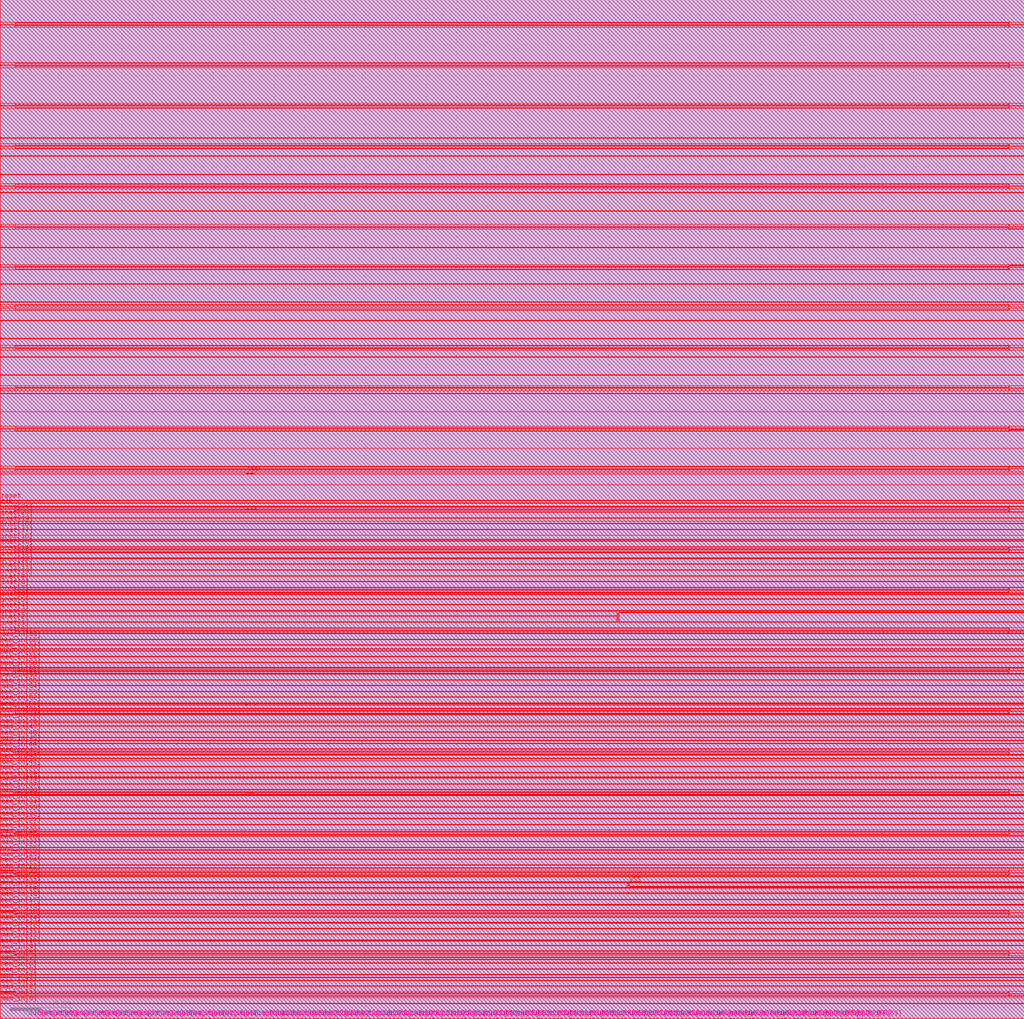
<source format=lef>
##
## LEF for PtnCells ;
## created by Innovus v15.23-s045_1 on Fri Mar 21 18:34:41 2025
##

VERSION 5.8 ;

BUSBITCHARS "[]" ;
DIVIDERCHAR "/" ;

MACRO core
  CLASS BLOCK ;
  SIZE 673.0000 BY 669.8000 ;
  FOREIGN core 0.0000 0.0000 ;
  ORIGIN 0 0 ;
  SYMMETRY X Y R90 ;
  PIN clk
    DIRECTION INPUT ;
    USE SIGNAL ;
    PORT
      LAYER M5 ;
        RECT 0.0000 336.7500 0.5200 336.8500 ;
    END
  END clk
  PIN sum_out[23]
    DIRECTION OUTPUT ;
    USE SIGNAL ;
    PORT
      LAYER M5 ;
        RECT 672.4800 578.9500 673.0000 579.0500 ;
    END
  END sum_out[23]
  PIN sum_out[22]
    DIRECTION OUTPUT ;
    USE SIGNAL ;
    PORT
      LAYER M5 ;
        RECT 672.4800 566.9500 673.0000 567.0500 ;
    END
  END sum_out[22]
  PIN sum_out[21]
    DIRECTION OUTPUT ;
    USE SIGNAL ;
    PORT
      LAYER M5 ;
        RECT 672.4800 554.9500 673.0000 555.0500 ;
    END
  END sum_out[21]
  PIN sum_out[20]
    DIRECTION OUTPUT ;
    USE SIGNAL ;
    PORT
      LAYER M5 ;
        RECT 672.4800 542.9500 673.0000 543.0500 ;
    END
  END sum_out[20]
  PIN sum_out[19]
    DIRECTION OUTPUT ;
    USE SIGNAL ;
    PORT
      LAYER M5 ;
        RECT 672.4800 530.9500 673.0000 531.0500 ;
    END
  END sum_out[19]
  PIN sum_out[18]
    DIRECTION OUTPUT ;
    USE SIGNAL ;
    PORT
      LAYER M5 ;
        RECT 672.4800 518.9500 673.0000 519.0500 ;
    END
  END sum_out[18]
  PIN sum_out[17]
    DIRECTION OUTPUT ;
    USE SIGNAL ;
    PORT
      LAYER M5 ;
        RECT 672.4800 506.9500 673.0000 507.0500 ;
    END
  END sum_out[17]
  PIN sum_out[16]
    DIRECTION OUTPUT ;
    USE SIGNAL ;
    PORT
      LAYER M5 ;
        RECT 672.4800 494.9500 673.0000 495.0500 ;
    END
  END sum_out[16]
  PIN sum_out[15]
    DIRECTION OUTPUT ;
    USE SIGNAL ;
    PORT
      LAYER M5 ;
        RECT 672.4800 482.9500 673.0000 483.0500 ;
    END
  END sum_out[15]
  PIN sum_out[14]
    DIRECTION OUTPUT ;
    USE SIGNAL ;
    PORT
      LAYER M5 ;
        RECT 672.4800 470.9500 673.0000 471.0500 ;
    END
  END sum_out[14]
  PIN sum_out[13]
    DIRECTION OUTPUT ;
    USE SIGNAL ;
    PORT
      LAYER M5 ;
        RECT 672.4800 458.9500 673.0000 459.0500 ;
    END
  END sum_out[13]
  PIN sum_out[12]
    DIRECTION OUTPUT ;
    USE SIGNAL ;
    PORT
      LAYER M5 ;
        RECT 672.4800 446.9500 673.0000 447.0500 ;
    END
  END sum_out[12]
  PIN sum_out[11]
    DIRECTION OUTPUT ;
    USE SIGNAL ;
    PORT
      LAYER M5 ;
        RECT 672.4800 434.9500 673.0000 435.0500 ;
    END
  END sum_out[11]
  PIN sum_out[10]
    DIRECTION OUTPUT ;
    USE SIGNAL ;
    PORT
      LAYER M5 ;
        RECT 672.4800 422.9500 673.0000 423.0500 ;
    END
  END sum_out[10]
  PIN sum_out[9]
    DIRECTION OUTPUT ;
    USE SIGNAL ;
    PORT
      LAYER M5 ;
        RECT 672.4800 410.9500 673.0000 411.0500 ;
    END
  END sum_out[9]
  PIN sum_out[8]
    DIRECTION OUTPUT ;
    USE SIGNAL ;
    PORT
      LAYER M5 ;
        RECT 672.4800 398.9500 673.0000 399.0500 ;
    END
  END sum_out[8]
  PIN sum_out[7]
    DIRECTION OUTPUT ;
    USE SIGNAL ;
    PORT
      LAYER M5 ;
        RECT 672.4800 386.9500 673.0000 387.0500 ;
    END
  END sum_out[7]
  PIN sum_out[6]
    DIRECTION OUTPUT ;
    USE SIGNAL ;
    PORT
      LAYER M5 ;
        RECT 672.4800 374.9500 673.0000 375.0500 ;
    END
  END sum_out[6]
  PIN sum_out[5]
    DIRECTION OUTPUT ;
    USE SIGNAL ;
    PORT
      LAYER M5 ;
        RECT 672.4800 362.9500 673.0000 363.0500 ;
    END
  END sum_out[5]
  PIN sum_out[4]
    DIRECTION OUTPUT ;
    USE SIGNAL ;
    PORT
      LAYER M5 ;
        RECT 672.4800 350.9500 673.0000 351.0500 ;
    END
  END sum_out[4]
  PIN sum_out[3]
    DIRECTION OUTPUT ;
    USE SIGNAL ;
    PORT
      LAYER M5 ;
        RECT 672.4800 338.9500 673.0000 339.0500 ;
    END
  END sum_out[3]
  PIN sum_out[2]
    DIRECTION OUTPUT ;
    USE SIGNAL ;
    PORT
      LAYER M5 ;
        RECT 672.4800 326.9500 673.0000 327.0500 ;
    END
  END sum_out[2]
  PIN sum_out[1]
    DIRECTION OUTPUT ;
    USE SIGNAL ;
    PORT
      LAYER M5 ;
        RECT 672.4800 314.9500 673.0000 315.0500 ;
    END
  END sum_out[1]
  PIN sum_out[0]
    DIRECTION OUTPUT ;
    USE SIGNAL ;
    PORT
      LAYER M5 ;
        RECT 672.4800 302.9500 673.0000 303.0500 ;
    END
  END sum_out[0]
  PIN sum_in[23]
    DIRECTION INPUT ;
    USE SIGNAL ;
    PORT
      LAYER M5 ;
        RECT 672.4800 290.9500 673.0000 291.0500 ;
    END
  END sum_in[23]
  PIN sum_in[22]
    DIRECTION INPUT ;
    USE SIGNAL ;
    PORT
      LAYER M5 ;
        RECT 672.4800 278.9500 673.0000 279.0500 ;
    END
  END sum_in[22]
  PIN sum_in[21]
    DIRECTION INPUT ;
    USE SIGNAL ;
    PORT
      LAYER M5 ;
        RECT 672.4800 266.9500 673.0000 267.0500 ;
    END
  END sum_in[21]
  PIN sum_in[20]
    DIRECTION INPUT ;
    USE SIGNAL ;
    PORT
      LAYER M5 ;
        RECT 672.4800 254.9500 673.0000 255.0500 ;
    END
  END sum_in[20]
  PIN sum_in[19]
    DIRECTION INPUT ;
    USE SIGNAL ;
    PORT
      LAYER M5 ;
        RECT 672.4800 242.9500 673.0000 243.0500 ;
    END
  END sum_in[19]
  PIN sum_in[18]
    DIRECTION INPUT ;
    USE SIGNAL ;
    PORT
      LAYER M5 ;
        RECT 672.4800 230.9500 673.0000 231.0500 ;
    END
  END sum_in[18]
  PIN sum_in[17]
    DIRECTION INPUT ;
    USE SIGNAL ;
    PORT
      LAYER M5 ;
        RECT 672.4800 218.9500 673.0000 219.0500 ;
    END
  END sum_in[17]
  PIN sum_in[16]
    DIRECTION INPUT ;
    USE SIGNAL ;
    PORT
      LAYER M5 ;
        RECT 672.4800 206.9500 673.0000 207.0500 ;
    END
  END sum_in[16]
  PIN sum_in[15]
    DIRECTION INPUT ;
    USE SIGNAL ;
    PORT
      LAYER M5 ;
        RECT 672.4800 194.9500 673.0000 195.0500 ;
    END
  END sum_in[15]
  PIN sum_in[14]
    DIRECTION INPUT ;
    USE SIGNAL ;
    PORT
      LAYER M5 ;
        RECT 672.4800 182.9500 673.0000 183.0500 ;
    END
  END sum_in[14]
  PIN sum_in[13]
    DIRECTION INPUT ;
    USE SIGNAL ;
    PORT
      LAYER M5 ;
        RECT 672.4800 170.9500 673.0000 171.0500 ;
    END
  END sum_in[13]
  PIN sum_in[12]
    DIRECTION INPUT ;
    USE SIGNAL ;
    PORT
      LAYER M5 ;
        RECT 672.4800 158.9500 673.0000 159.0500 ;
    END
  END sum_in[12]
  PIN sum_in[11]
    DIRECTION INPUT ;
    USE SIGNAL ;
    PORT
      LAYER M5 ;
        RECT 672.4800 146.9500 673.0000 147.0500 ;
    END
  END sum_in[11]
  PIN sum_in[10]
    DIRECTION INPUT ;
    USE SIGNAL ;
    PORT
      LAYER M5 ;
        RECT 672.4800 134.9500 673.0000 135.0500 ;
    END
  END sum_in[10]
  PIN sum_in[9]
    DIRECTION INPUT ;
    USE SIGNAL ;
    PORT
      LAYER M5 ;
        RECT 672.4800 122.9500 673.0000 123.0500 ;
    END
  END sum_in[9]
  PIN sum_in[8]
    DIRECTION INPUT ;
    USE SIGNAL ;
    PORT
      LAYER M5 ;
        RECT 672.4800 110.9500 673.0000 111.0500 ;
    END
  END sum_in[8]
  PIN sum_in[7]
    DIRECTION INPUT ;
    USE SIGNAL ;
    PORT
      LAYER M5 ;
        RECT 672.4800 98.9500 673.0000 99.0500 ;
    END
  END sum_in[7]
  PIN sum_in[6]
    DIRECTION INPUT ;
    USE SIGNAL ;
    PORT
      LAYER M5 ;
        RECT 672.4800 86.9500 673.0000 87.0500 ;
    END
  END sum_in[6]
  PIN sum_in[5]
    DIRECTION INPUT ;
    USE SIGNAL ;
    PORT
      LAYER M5 ;
        RECT 672.4800 74.9500 673.0000 75.0500 ;
    END
  END sum_in[5]
  PIN sum_in[4]
    DIRECTION INPUT ;
    USE SIGNAL ;
    PORT
      LAYER M5 ;
        RECT 672.4800 62.9500 673.0000 63.0500 ;
    END
  END sum_in[4]
  PIN sum_in[3]
    DIRECTION INPUT ;
    USE SIGNAL ;
    PORT
      LAYER M5 ;
        RECT 672.4800 50.9500 673.0000 51.0500 ;
    END
  END sum_in[3]
  PIN sum_in[2]
    DIRECTION INPUT ;
    USE SIGNAL ;
    PORT
      LAYER M5 ;
        RECT 672.4800 38.9500 673.0000 39.0500 ;
    END
  END sum_in[2]
  PIN sum_in[1]
    DIRECTION INPUT ;
    USE SIGNAL ;
    PORT
      LAYER M5 ;
        RECT 672.4800 26.9500 673.0000 27.0500 ;
    END
  END sum_in[1]
  PIN sum_in[0]
    DIRECTION INPUT ;
    USE SIGNAL ;
    PORT
      LAYER M5 ;
        RECT 672.4800 14.9500 673.0000 15.0500 ;
    END
  END sum_in[0]
  PIN mem_in[63]
    DIRECTION INPUT ;
    USE SIGNAL ;
    PORT
      LAYER M5 ;
        RECT 0.0000 249.3500 0.5200 249.4500 ;
    END
  END mem_in[63]
  PIN mem_in[62]
    DIRECTION INPUT ;
    USE SIGNAL ;
    PORT
      LAYER M5 ;
        RECT 0.0000 245.5500 0.5200 245.6500 ;
    END
  END mem_in[62]
  PIN mem_in[61]
    DIRECTION INPUT ;
    USE SIGNAL ;
    PORT
      LAYER M5 ;
        RECT 0.0000 241.7500 0.5200 241.8500 ;
    END
  END mem_in[61]
  PIN mem_in[60]
    DIRECTION INPUT ;
    USE SIGNAL ;
    PORT
      LAYER M5 ;
        RECT 0.0000 237.9500 0.5200 238.0500 ;
    END
  END mem_in[60]
  PIN mem_in[59]
    DIRECTION INPUT ;
    USE SIGNAL ;
    PORT
      LAYER M5 ;
        RECT 0.0000 234.1500 0.5200 234.2500 ;
    END
  END mem_in[59]
  PIN mem_in[58]
    DIRECTION INPUT ;
    USE SIGNAL ;
    PORT
      LAYER M5 ;
        RECT 0.0000 230.3500 0.5200 230.4500 ;
    END
  END mem_in[58]
  PIN mem_in[57]
    DIRECTION INPUT ;
    USE SIGNAL ;
    PORT
      LAYER M5 ;
        RECT 0.0000 226.5500 0.5200 226.6500 ;
    END
  END mem_in[57]
  PIN mem_in[56]
    DIRECTION INPUT ;
    USE SIGNAL ;
    PORT
      LAYER M5 ;
        RECT 0.0000 222.7500 0.5200 222.8500 ;
    END
  END mem_in[56]
  PIN mem_in[55]
    DIRECTION INPUT ;
    USE SIGNAL ;
    PORT
      LAYER M5 ;
        RECT 0.0000 218.9500 0.5200 219.0500 ;
    END
  END mem_in[55]
  PIN mem_in[54]
    DIRECTION INPUT ;
    USE SIGNAL ;
    PORT
      LAYER M5 ;
        RECT 0.0000 215.1500 0.5200 215.2500 ;
    END
  END mem_in[54]
  PIN mem_in[53]
    DIRECTION INPUT ;
    USE SIGNAL ;
    PORT
      LAYER M5 ;
        RECT 0.0000 211.3500 0.5200 211.4500 ;
    END
  END mem_in[53]
  PIN mem_in[52]
    DIRECTION INPUT ;
    USE SIGNAL ;
    PORT
      LAYER M5 ;
        RECT 0.0000 207.5500 0.5200 207.6500 ;
    END
  END mem_in[52]
  PIN mem_in[51]
    DIRECTION INPUT ;
    USE SIGNAL ;
    PORT
      LAYER M5 ;
        RECT 0.0000 203.7500 0.5200 203.8500 ;
    END
  END mem_in[51]
  PIN mem_in[50]
    DIRECTION INPUT ;
    USE SIGNAL ;
    PORT
      LAYER M5 ;
        RECT 0.0000 199.9500 0.5200 200.0500 ;
    END
  END mem_in[50]
  PIN mem_in[49]
    DIRECTION INPUT ;
    USE SIGNAL ;
    PORT
      LAYER M5 ;
        RECT 0.0000 196.1500 0.5200 196.2500 ;
    END
  END mem_in[49]
  PIN mem_in[48]
    DIRECTION INPUT ;
    USE SIGNAL ;
    PORT
      LAYER M5 ;
        RECT 0.0000 192.3500 0.5200 192.4500 ;
    END
  END mem_in[48]
  PIN mem_in[47]
    DIRECTION INPUT ;
    USE SIGNAL ;
    PORT
      LAYER M5 ;
        RECT 0.0000 188.5500 0.5200 188.6500 ;
    END
  END mem_in[47]
  PIN mem_in[46]
    DIRECTION INPUT ;
    USE SIGNAL ;
    PORT
      LAYER M5 ;
        RECT 0.0000 184.7500 0.5200 184.8500 ;
    END
  END mem_in[46]
  PIN mem_in[45]
    DIRECTION INPUT ;
    USE SIGNAL ;
    PORT
      LAYER M5 ;
        RECT 0.0000 180.9500 0.5200 181.0500 ;
    END
  END mem_in[45]
  PIN mem_in[44]
    DIRECTION INPUT ;
    USE SIGNAL ;
    PORT
      LAYER M5 ;
        RECT 0.0000 177.1500 0.5200 177.2500 ;
    END
  END mem_in[44]
  PIN mem_in[43]
    DIRECTION INPUT ;
    USE SIGNAL ;
    PORT
      LAYER M5 ;
        RECT 0.0000 173.3500 0.5200 173.4500 ;
    END
  END mem_in[43]
  PIN mem_in[42]
    DIRECTION INPUT ;
    USE SIGNAL ;
    PORT
      LAYER M5 ;
        RECT 0.0000 169.5500 0.5200 169.6500 ;
    END
  END mem_in[42]
  PIN mem_in[41]
    DIRECTION INPUT ;
    USE SIGNAL ;
    PORT
      LAYER M5 ;
        RECT 0.0000 165.7500 0.5200 165.8500 ;
    END
  END mem_in[41]
  PIN mem_in[40]
    DIRECTION INPUT ;
    USE SIGNAL ;
    PORT
      LAYER M5 ;
        RECT 0.0000 161.9500 0.5200 162.0500 ;
    END
  END mem_in[40]
  PIN mem_in[39]
    DIRECTION INPUT ;
    USE SIGNAL ;
    PORT
      LAYER M5 ;
        RECT 0.0000 158.1500 0.5200 158.2500 ;
    END
  END mem_in[39]
  PIN mem_in[38]
    DIRECTION INPUT ;
    USE SIGNAL ;
    PORT
      LAYER M5 ;
        RECT 0.0000 154.3500 0.5200 154.4500 ;
    END
  END mem_in[38]
  PIN mem_in[37]
    DIRECTION INPUT ;
    USE SIGNAL ;
    PORT
      LAYER M5 ;
        RECT 0.0000 150.5500 0.5200 150.6500 ;
    END
  END mem_in[37]
  PIN mem_in[36]
    DIRECTION INPUT ;
    USE SIGNAL ;
    PORT
      LAYER M5 ;
        RECT 0.0000 146.7500 0.5200 146.8500 ;
    END
  END mem_in[36]
  PIN mem_in[35]
    DIRECTION INPUT ;
    USE SIGNAL ;
    PORT
      LAYER M5 ;
        RECT 0.0000 142.9500 0.5200 143.0500 ;
    END
  END mem_in[35]
  PIN mem_in[34]
    DIRECTION INPUT ;
    USE SIGNAL ;
    PORT
      LAYER M5 ;
        RECT 0.0000 139.1500 0.5200 139.2500 ;
    END
  END mem_in[34]
  PIN mem_in[33]
    DIRECTION INPUT ;
    USE SIGNAL ;
    PORT
      LAYER M5 ;
        RECT 0.0000 135.3500 0.5200 135.4500 ;
    END
  END mem_in[33]
  PIN mem_in[32]
    DIRECTION INPUT ;
    USE SIGNAL ;
    PORT
      LAYER M5 ;
        RECT 0.0000 131.5500 0.5200 131.6500 ;
    END
  END mem_in[32]
  PIN mem_in[31]
    DIRECTION INPUT ;
    USE SIGNAL ;
    PORT
      LAYER M5 ;
        RECT 0.0000 127.7500 0.5200 127.8500 ;
    END
  END mem_in[31]
  PIN mem_in[30]
    DIRECTION INPUT ;
    USE SIGNAL ;
    PORT
      LAYER M5 ;
        RECT 0.0000 123.9500 0.5200 124.0500 ;
    END
  END mem_in[30]
  PIN mem_in[29]
    DIRECTION INPUT ;
    USE SIGNAL ;
    PORT
      LAYER M5 ;
        RECT 0.0000 120.1500 0.5200 120.2500 ;
    END
  END mem_in[29]
  PIN mem_in[28]
    DIRECTION INPUT ;
    USE SIGNAL ;
    PORT
      LAYER M5 ;
        RECT 0.0000 116.3500 0.5200 116.4500 ;
    END
  END mem_in[28]
  PIN mem_in[27]
    DIRECTION INPUT ;
    USE SIGNAL ;
    PORT
      LAYER M5 ;
        RECT 0.0000 112.5500 0.5200 112.6500 ;
    END
  END mem_in[27]
  PIN mem_in[26]
    DIRECTION INPUT ;
    USE SIGNAL ;
    PORT
      LAYER M5 ;
        RECT 0.0000 108.7500 0.5200 108.8500 ;
    END
  END mem_in[26]
  PIN mem_in[25]
    DIRECTION INPUT ;
    USE SIGNAL ;
    PORT
      LAYER M5 ;
        RECT 0.0000 104.9500 0.5200 105.0500 ;
    END
  END mem_in[25]
  PIN mem_in[24]
    DIRECTION INPUT ;
    USE SIGNAL ;
    PORT
      LAYER M5 ;
        RECT 0.0000 101.1500 0.5200 101.2500 ;
    END
  END mem_in[24]
  PIN mem_in[23]
    DIRECTION INPUT ;
    USE SIGNAL ;
    PORT
      LAYER M5 ;
        RECT 0.0000 97.3500 0.5200 97.4500 ;
    END
  END mem_in[23]
  PIN mem_in[22]
    DIRECTION INPUT ;
    USE SIGNAL ;
    PORT
      LAYER M5 ;
        RECT 0.0000 93.5500 0.5200 93.6500 ;
    END
  END mem_in[22]
  PIN mem_in[21]
    DIRECTION INPUT ;
    USE SIGNAL ;
    PORT
      LAYER M5 ;
        RECT 0.0000 89.7500 0.5200 89.8500 ;
    END
  END mem_in[21]
  PIN mem_in[20]
    DIRECTION INPUT ;
    USE SIGNAL ;
    PORT
      LAYER M5 ;
        RECT 0.0000 85.9500 0.5200 86.0500 ;
    END
  END mem_in[20]
  PIN mem_in[19]
    DIRECTION INPUT ;
    USE SIGNAL ;
    PORT
      LAYER M5 ;
        RECT 0.0000 82.1500 0.5200 82.2500 ;
    END
  END mem_in[19]
  PIN mem_in[18]
    DIRECTION INPUT ;
    USE SIGNAL ;
    PORT
      LAYER M5 ;
        RECT 0.0000 78.3500 0.5200 78.4500 ;
    END
  END mem_in[18]
  PIN mem_in[17]
    DIRECTION INPUT ;
    USE SIGNAL ;
    PORT
      LAYER M5 ;
        RECT 0.0000 74.5500 0.5200 74.6500 ;
    END
  END mem_in[17]
  PIN mem_in[16]
    DIRECTION INPUT ;
    USE SIGNAL ;
    PORT
      LAYER M5 ;
        RECT 0.0000 70.7500 0.5200 70.8500 ;
    END
  END mem_in[16]
  PIN mem_in[15]
    DIRECTION INPUT ;
    USE SIGNAL ;
    PORT
      LAYER M5 ;
        RECT 0.0000 66.9500 0.5200 67.0500 ;
    END
  END mem_in[15]
  PIN mem_in[14]
    DIRECTION INPUT ;
    USE SIGNAL ;
    PORT
      LAYER M5 ;
        RECT 0.0000 63.1500 0.5200 63.2500 ;
    END
  END mem_in[14]
  PIN mem_in[13]
    DIRECTION INPUT ;
    USE SIGNAL ;
    PORT
      LAYER M5 ;
        RECT 0.0000 59.3500 0.5200 59.4500 ;
    END
  END mem_in[13]
  PIN mem_in[12]
    DIRECTION INPUT ;
    USE SIGNAL ;
    PORT
      LAYER M5 ;
        RECT 0.0000 55.5500 0.5200 55.6500 ;
    END
  END mem_in[12]
  PIN mem_in[11]
    DIRECTION INPUT ;
    USE SIGNAL ;
    PORT
      LAYER M5 ;
        RECT 0.0000 51.7500 0.5200 51.8500 ;
    END
  END mem_in[11]
  PIN mem_in[10]
    DIRECTION INPUT ;
    USE SIGNAL ;
    PORT
      LAYER M5 ;
        RECT 0.0000 47.9500 0.5200 48.0500 ;
    END
  END mem_in[10]
  PIN mem_in[9]
    DIRECTION INPUT ;
    USE SIGNAL ;
    PORT
      LAYER M5 ;
        RECT 0.0000 44.1500 0.5200 44.2500 ;
    END
  END mem_in[9]
  PIN mem_in[8]
    DIRECTION INPUT ;
    USE SIGNAL ;
    PORT
      LAYER M5 ;
        RECT 0.0000 40.3500 0.5200 40.4500 ;
    END
  END mem_in[8]
  PIN mem_in[7]
    DIRECTION INPUT ;
    USE SIGNAL ;
    PORT
      LAYER M5 ;
        RECT 0.0000 36.5500 0.5200 36.6500 ;
    END
  END mem_in[7]
  PIN mem_in[6]
    DIRECTION INPUT ;
    USE SIGNAL ;
    PORT
      LAYER M5 ;
        RECT 0.0000 32.7500 0.5200 32.8500 ;
    END
  END mem_in[6]
  PIN mem_in[5]
    DIRECTION INPUT ;
    USE SIGNAL ;
    PORT
      LAYER M5 ;
        RECT 0.0000 28.9500 0.5200 29.0500 ;
    END
  END mem_in[5]
  PIN mem_in[4]
    DIRECTION INPUT ;
    USE SIGNAL ;
    PORT
      LAYER M5 ;
        RECT 0.0000 25.1500 0.5200 25.2500 ;
    END
  END mem_in[4]
  PIN mem_in[3]
    DIRECTION INPUT ;
    USE SIGNAL ;
    PORT
      LAYER M5 ;
        RECT 0.0000 21.3500 0.5200 21.4500 ;
    END
  END mem_in[3]
  PIN mem_in[2]
    DIRECTION INPUT ;
    USE SIGNAL ;
    PORT
      LAYER M5 ;
        RECT 0.0000 17.5500 0.5200 17.6500 ;
    END
  END mem_in[2]
  PIN mem_in[1]
    DIRECTION INPUT ;
    USE SIGNAL ;
    PORT
      LAYER M5 ;
        RECT 0.0000 13.7500 0.5200 13.8500 ;
    END
  END mem_in[1]
  PIN mem_in[0]
    DIRECTION INPUT ;
    USE SIGNAL ;
    PORT
      LAYER M5 ;
        RECT 0.0000 9.9500 0.5200 10.0500 ;
    END
  END mem_in[0]
  PIN out[159]
    DIRECTION OUTPUT ;
    USE SIGNAL ;
    PORT
      LAYER M6 ;
        RECT 571.4500 0.0000 571.5500 0.5200 ;
    END
  END out[159]
  PIN out[158]
    DIRECTION OUTPUT ;
    USE SIGNAL ;
    PORT
      LAYER M6 ;
        RECT 564.4500 0.0000 564.5500 0.5200 ;
    END
  END out[158]
  PIN out[157]
    DIRECTION OUTPUT ;
    USE SIGNAL ;
    PORT
      LAYER M6 ;
        RECT 557.4500 0.0000 557.5500 0.5200 ;
    END
  END out[157]
  PIN out[156]
    DIRECTION OUTPUT ;
    USE SIGNAL ;
    PORT
      LAYER M6 ;
        RECT 550.4500 0.0000 550.5500 0.5200 ;
    END
  END out[156]
  PIN out[155]
    DIRECTION OUTPUT ;
    USE SIGNAL ;
    PORT
      LAYER M6 ;
        RECT 543.4500 0.0000 543.5500 0.5200 ;
    END
  END out[155]
  PIN out[154]
    DIRECTION OUTPUT ;
    USE SIGNAL ;
    PORT
      LAYER M6 ;
        RECT 536.4500 0.0000 536.5500 0.5200 ;
    END
  END out[154]
  PIN out[153]
    DIRECTION OUTPUT ;
    USE SIGNAL ;
    PORT
      LAYER M6 ;
        RECT 529.4500 0.0000 529.5500 0.5200 ;
    END
  END out[153]
  PIN out[152]
    DIRECTION OUTPUT ;
    USE SIGNAL ;
    PORT
      LAYER M6 ;
        RECT 522.4500 0.0000 522.5500 0.5200 ;
    END
  END out[152]
  PIN out[151]
    DIRECTION OUTPUT ;
    USE SIGNAL ;
    PORT
      LAYER M6 ;
        RECT 515.4500 0.0000 515.5500 0.5200 ;
    END
  END out[151]
  PIN out[150]
    DIRECTION OUTPUT ;
    USE SIGNAL ;
    PORT
      LAYER M6 ;
        RECT 508.4500 0.0000 508.5500 0.5200 ;
    END
  END out[150]
  PIN out[149]
    DIRECTION OUTPUT ;
    USE SIGNAL ;
    PORT
      LAYER M6 ;
        RECT 501.4500 0.0000 501.5500 0.5200 ;
    END
  END out[149]
  PIN out[148]
    DIRECTION OUTPUT ;
    USE SIGNAL ;
    PORT
      LAYER M6 ;
        RECT 494.4500 0.0000 494.5500 0.5200 ;
    END
  END out[148]
  PIN out[147]
    DIRECTION OUTPUT ;
    USE SIGNAL ;
    PORT
      LAYER M6 ;
        RECT 487.4500 0.0000 487.5500 0.5200 ;
    END
  END out[147]
  PIN out[146]
    DIRECTION OUTPUT ;
    USE SIGNAL ;
    PORT
      LAYER M6 ;
        RECT 480.4500 0.0000 480.5500 0.5200 ;
    END
  END out[146]
  PIN out[145]
    DIRECTION OUTPUT ;
    USE SIGNAL ;
    PORT
      LAYER M6 ;
        RECT 473.4500 0.0000 473.5500 0.5200 ;
    END
  END out[145]
  PIN out[144]
    DIRECTION OUTPUT ;
    USE SIGNAL ;
    PORT
      LAYER M6 ;
        RECT 466.4500 0.0000 466.5500 0.5200 ;
    END
  END out[144]
  PIN out[143]
    DIRECTION OUTPUT ;
    USE SIGNAL ;
    PORT
      LAYER M6 ;
        RECT 459.4500 0.0000 459.5500 0.5200 ;
    END
  END out[143]
  PIN out[142]
    DIRECTION OUTPUT ;
    USE SIGNAL ;
    PORT
      LAYER M6 ;
        RECT 452.4500 0.0000 452.5500 0.5200 ;
    END
  END out[142]
  PIN out[141]
    DIRECTION OUTPUT ;
    USE SIGNAL ;
    PORT
      LAYER M6 ;
        RECT 445.4500 0.0000 445.5500 0.5200 ;
    END
  END out[141]
  PIN out[140]
    DIRECTION OUTPUT ;
    USE SIGNAL ;
    PORT
      LAYER M6 ;
        RECT 438.4500 0.0000 438.5500 0.5200 ;
    END
  END out[140]
  PIN out[139]
    DIRECTION OUTPUT ;
    USE SIGNAL ;
    PORT
      LAYER M6 ;
        RECT 431.4500 0.0000 431.5500 0.5200 ;
    END
  END out[139]
  PIN out[138]
    DIRECTION OUTPUT ;
    USE SIGNAL ;
    PORT
      LAYER M6 ;
        RECT 424.4500 0.0000 424.5500 0.5200 ;
    END
  END out[138]
  PIN out[137]
    DIRECTION OUTPUT ;
    USE SIGNAL ;
    PORT
      LAYER M6 ;
        RECT 417.4500 0.0000 417.5500 0.5200 ;
    END
  END out[137]
  PIN out[136]
    DIRECTION OUTPUT ;
    USE SIGNAL ;
    PORT
      LAYER M6 ;
        RECT 410.4500 0.0000 410.5500 0.5200 ;
    END
  END out[136]
  PIN out[135]
    DIRECTION OUTPUT ;
    USE SIGNAL ;
    PORT
      LAYER M6 ;
        RECT 403.4500 0.0000 403.5500 0.5200 ;
    END
  END out[135]
  PIN out[134]
    DIRECTION OUTPUT ;
    USE SIGNAL ;
    PORT
      LAYER M6 ;
        RECT 396.4500 0.0000 396.5500 0.5200 ;
    END
  END out[134]
  PIN out[133]
    DIRECTION OUTPUT ;
    USE SIGNAL ;
    PORT
      LAYER M6 ;
        RECT 389.4500 0.0000 389.5500 0.5200 ;
    END
  END out[133]
  PIN out[132]
    DIRECTION OUTPUT ;
    USE SIGNAL ;
    PORT
      LAYER M6 ;
        RECT 382.4500 0.0000 382.5500 0.5200 ;
    END
  END out[132]
  PIN out[131]
    DIRECTION OUTPUT ;
    USE SIGNAL ;
    PORT
      LAYER M6 ;
        RECT 375.4500 0.0000 375.5500 0.5200 ;
    END
  END out[131]
  PIN out[130]
    DIRECTION OUTPUT ;
    USE SIGNAL ;
    PORT
      LAYER M6 ;
        RECT 368.4500 0.0000 368.5500 0.5200 ;
    END
  END out[130]
  PIN out[129]
    DIRECTION OUTPUT ;
    USE SIGNAL ;
    PORT
      LAYER M6 ;
        RECT 361.4500 0.0000 361.5500 0.5200 ;
    END
  END out[129]
  PIN out[128]
    DIRECTION OUTPUT ;
    USE SIGNAL ;
    PORT
      LAYER M6 ;
        RECT 354.4500 0.0000 354.5500 0.5200 ;
    END
  END out[128]
  PIN out[127]
    DIRECTION OUTPUT ;
    USE SIGNAL ;
    PORT
      LAYER M6 ;
        RECT 347.4500 0.0000 347.5500 0.5200 ;
    END
  END out[127]
  PIN out[126]
    DIRECTION OUTPUT ;
    USE SIGNAL ;
    PORT
      LAYER M6 ;
        RECT 340.4500 0.0000 340.5500 0.5200 ;
    END
  END out[126]
  PIN out[125]
    DIRECTION OUTPUT ;
    USE SIGNAL ;
    PORT
      LAYER M6 ;
        RECT 333.4500 0.0000 333.5500 0.5200 ;
    END
  END out[125]
  PIN out[124]
    DIRECTION OUTPUT ;
    USE SIGNAL ;
    PORT
      LAYER M6 ;
        RECT 326.4500 0.0000 326.5500 0.5200 ;
    END
  END out[124]
  PIN out[123]
    DIRECTION OUTPUT ;
    USE SIGNAL ;
    PORT
      LAYER M6 ;
        RECT 319.4500 0.0000 319.5500 0.5200 ;
    END
  END out[123]
  PIN out[122]
    DIRECTION OUTPUT ;
    USE SIGNAL ;
    PORT
      LAYER M6 ;
        RECT 312.4500 0.0000 312.5500 0.5200 ;
    END
  END out[122]
  PIN out[121]
    DIRECTION OUTPUT ;
    USE SIGNAL ;
    PORT
      LAYER M6 ;
        RECT 305.4500 0.0000 305.5500 0.5200 ;
    END
  END out[121]
  PIN out[120]
    DIRECTION OUTPUT ;
    USE SIGNAL ;
    PORT
      LAYER M6 ;
        RECT 298.4500 0.0000 298.5500 0.5200 ;
    END
  END out[120]
  PIN out[119]
    DIRECTION OUTPUT ;
    USE SIGNAL ;
    PORT
      LAYER M6 ;
        RECT 291.4500 0.0000 291.5500 0.5200 ;
    END
  END out[119]
  PIN out[118]
    DIRECTION OUTPUT ;
    USE SIGNAL ;
    PORT
      LAYER M6 ;
        RECT 284.4500 0.0000 284.5500 0.5200 ;
    END
  END out[118]
  PIN out[117]
    DIRECTION OUTPUT ;
    USE SIGNAL ;
    PORT
      LAYER M6 ;
        RECT 277.4500 0.0000 277.5500 0.5200 ;
    END
  END out[117]
  PIN out[116]
    DIRECTION OUTPUT ;
    USE SIGNAL ;
    PORT
      LAYER M6 ;
        RECT 270.4500 0.0000 270.5500 0.5200 ;
    END
  END out[116]
  PIN out[115]
    DIRECTION OUTPUT ;
    USE SIGNAL ;
    PORT
      LAYER M6 ;
        RECT 263.4500 0.0000 263.5500 0.5200 ;
    END
  END out[115]
  PIN out[114]
    DIRECTION OUTPUT ;
    USE SIGNAL ;
    PORT
      LAYER M6 ;
        RECT 256.4500 0.0000 256.5500 0.5200 ;
    END
  END out[114]
  PIN out[113]
    DIRECTION OUTPUT ;
    USE SIGNAL ;
    PORT
      LAYER M6 ;
        RECT 249.4500 0.0000 249.5500 0.5200 ;
    END
  END out[113]
  PIN out[112]
    DIRECTION OUTPUT ;
    USE SIGNAL ;
    PORT
      LAYER M6 ;
        RECT 242.4500 0.0000 242.5500 0.5200 ;
    END
  END out[112]
  PIN out[111]
    DIRECTION OUTPUT ;
    USE SIGNAL ;
    PORT
      LAYER M6 ;
        RECT 235.4500 0.0000 235.5500 0.5200 ;
    END
  END out[111]
  PIN out[110]
    DIRECTION OUTPUT ;
    USE SIGNAL ;
    PORT
      LAYER M6 ;
        RECT 228.4500 0.0000 228.5500 0.5200 ;
    END
  END out[110]
  PIN out[109]
    DIRECTION OUTPUT ;
    USE SIGNAL ;
    PORT
      LAYER M6 ;
        RECT 221.4500 0.0000 221.5500 0.5200 ;
    END
  END out[109]
  PIN out[108]
    DIRECTION OUTPUT ;
    USE SIGNAL ;
    PORT
      LAYER M6 ;
        RECT 214.4500 0.0000 214.5500 0.5200 ;
    END
  END out[108]
  PIN out[107]
    DIRECTION OUTPUT ;
    USE SIGNAL ;
    PORT
      LAYER M6 ;
        RECT 207.4500 0.0000 207.5500 0.5200 ;
    END
  END out[107]
  PIN out[106]
    DIRECTION OUTPUT ;
    USE SIGNAL ;
    PORT
      LAYER M6 ;
        RECT 200.4500 0.0000 200.5500 0.5200 ;
    END
  END out[106]
  PIN out[105]
    DIRECTION OUTPUT ;
    USE SIGNAL ;
    PORT
      LAYER M6 ;
        RECT 193.4500 0.0000 193.5500 0.5200 ;
    END
  END out[105]
  PIN out[104]
    DIRECTION OUTPUT ;
    USE SIGNAL ;
    PORT
      LAYER M6 ;
        RECT 186.4500 0.0000 186.5500 0.5200 ;
    END
  END out[104]
  PIN out[103]
    DIRECTION OUTPUT ;
    USE SIGNAL ;
    PORT
      LAYER M6 ;
        RECT 179.4500 0.0000 179.5500 0.5200 ;
    END
  END out[103]
  PIN out[102]
    DIRECTION OUTPUT ;
    USE SIGNAL ;
    PORT
      LAYER M6 ;
        RECT 172.4500 0.0000 172.5500 0.5200 ;
    END
  END out[102]
  PIN out[101]
    DIRECTION OUTPUT ;
    USE SIGNAL ;
    PORT
      LAYER M6 ;
        RECT 165.4500 0.0000 165.5500 0.5200 ;
    END
  END out[101]
  PIN out[100]
    DIRECTION OUTPUT ;
    USE SIGNAL ;
    PORT
      LAYER M6 ;
        RECT 158.4500 0.0000 158.5500 0.5200 ;
    END
  END out[100]
  PIN out[99]
    DIRECTION OUTPUT ;
    USE SIGNAL ;
    PORT
      LAYER M6 ;
        RECT 151.4500 0.0000 151.5500 0.5200 ;
    END
  END out[99]
  PIN out[98]
    DIRECTION OUTPUT ;
    USE SIGNAL ;
    PORT
      LAYER M6 ;
        RECT 144.4500 0.0000 144.5500 0.5200 ;
    END
  END out[98]
  PIN out[97]
    DIRECTION OUTPUT ;
    USE SIGNAL ;
    PORT
      LAYER M6 ;
        RECT 137.4500 0.0000 137.5500 0.5200 ;
    END
  END out[97]
  PIN out[96]
    DIRECTION OUTPUT ;
    USE SIGNAL ;
    PORT
      LAYER M6 ;
        RECT 130.4500 0.0000 130.5500 0.5200 ;
    END
  END out[96]
  PIN out[95]
    DIRECTION OUTPUT ;
    USE SIGNAL ;
    PORT
      LAYER M6 ;
        RECT 123.4500 0.0000 123.5500 0.5200 ;
    END
  END out[95]
  PIN out[94]
    DIRECTION OUTPUT ;
    USE SIGNAL ;
    PORT
      LAYER M6 ;
        RECT 116.4500 0.0000 116.5500 0.5200 ;
    END
  END out[94]
  PIN out[93]
    DIRECTION OUTPUT ;
    USE SIGNAL ;
    PORT
      LAYER M6 ;
        RECT 109.4500 0.0000 109.5500 0.5200 ;
    END
  END out[93]
  PIN out[92]
    DIRECTION OUTPUT ;
    USE SIGNAL ;
    PORT
      LAYER M6 ;
        RECT 102.4500 0.0000 102.5500 0.5200 ;
    END
  END out[92]
  PIN out[91]
    DIRECTION OUTPUT ;
    USE SIGNAL ;
    PORT
      LAYER M6 ;
        RECT 95.4500 0.0000 95.5500 0.5200 ;
    END
  END out[91]
  PIN out[90]
    DIRECTION OUTPUT ;
    USE SIGNAL ;
    PORT
      LAYER M6 ;
        RECT 88.4500 0.0000 88.5500 0.5200 ;
    END
  END out[90]
  PIN out[89]
    DIRECTION OUTPUT ;
    USE SIGNAL ;
    PORT
      LAYER M6 ;
        RECT 81.4500 0.0000 81.5500 0.5200 ;
    END
  END out[89]
  PIN out[88]
    DIRECTION OUTPUT ;
    USE SIGNAL ;
    PORT
      LAYER M6 ;
        RECT 74.4500 0.0000 74.5500 0.5200 ;
    END
  END out[88]
  PIN out[87]
    DIRECTION OUTPUT ;
    USE SIGNAL ;
    PORT
      LAYER M6 ;
        RECT 67.4500 0.0000 67.5500 0.5200 ;
    END
  END out[87]
  PIN out[86]
    DIRECTION OUTPUT ;
    USE SIGNAL ;
    PORT
      LAYER M6 ;
        RECT 60.4500 0.0000 60.5500 0.5200 ;
    END
  END out[86]
  PIN out[85]
    DIRECTION OUTPUT ;
    USE SIGNAL ;
    PORT
      LAYER M6 ;
        RECT 53.4500 0.0000 53.5500 0.5200 ;
    END
  END out[85]
  PIN out[84]
    DIRECTION OUTPUT ;
    USE SIGNAL ;
    PORT
      LAYER M6 ;
        RECT 46.4500 0.0000 46.5500 0.5200 ;
    END
  END out[84]
  PIN out[83]
    DIRECTION OUTPUT ;
    USE SIGNAL ;
    PORT
      LAYER M6 ;
        RECT 39.4500 0.0000 39.5500 0.5200 ;
    END
  END out[83]
  PIN out[82]
    DIRECTION OUTPUT ;
    USE SIGNAL ;
    PORT
      LAYER M6 ;
        RECT 32.4500 0.0000 32.5500 0.5200 ;
    END
  END out[82]
  PIN out[81]
    DIRECTION OUTPUT ;
    USE SIGNAL ;
    PORT
      LAYER M6 ;
        RECT 25.4500 0.0000 25.5500 0.5200 ;
    END
  END out[81]
  PIN out[80]
    DIRECTION OUTPUT ;
    USE SIGNAL ;
    PORT
      LAYER M6 ;
        RECT 18.4500 0.0000 18.5500 0.5200 ;
    END
  END out[80]
  PIN out[79]
    DIRECTION OUTPUT ;
    USE SIGNAL ;
    PORT
      LAYER M4 ;
        RECT 568.0500 0.0000 568.1500 0.5200 ;
    END
  END out[79]
  PIN out[78]
    DIRECTION OUTPUT ;
    USE SIGNAL ;
    PORT
      LAYER M4 ;
        RECT 561.0500 0.0000 561.1500 0.5200 ;
    END
  END out[78]
  PIN out[77]
    DIRECTION OUTPUT ;
    USE SIGNAL ;
    PORT
      LAYER M4 ;
        RECT 554.0500 0.0000 554.1500 0.5200 ;
    END
  END out[77]
  PIN out[76]
    DIRECTION OUTPUT ;
    USE SIGNAL ;
    PORT
      LAYER M4 ;
        RECT 547.0500 0.0000 547.1500 0.5200 ;
    END
  END out[76]
  PIN out[75]
    DIRECTION OUTPUT ;
    USE SIGNAL ;
    PORT
      LAYER M4 ;
        RECT 540.0500 0.0000 540.1500 0.5200 ;
    END
  END out[75]
  PIN out[74]
    DIRECTION OUTPUT ;
    USE SIGNAL ;
    PORT
      LAYER M4 ;
        RECT 533.0500 0.0000 533.1500 0.5200 ;
    END
  END out[74]
  PIN out[73]
    DIRECTION OUTPUT ;
    USE SIGNAL ;
    PORT
      LAYER M4 ;
        RECT 526.0500 0.0000 526.1500 0.5200 ;
    END
  END out[73]
  PIN out[72]
    DIRECTION OUTPUT ;
    USE SIGNAL ;
    PORT
      LAYER M4 ;
        RECT 519.0500 0.0000 519.1500 0.5200 ;
    END
  END out[72]
  PIN out[71]
    DIRECTION OUTPUT ;
    USE SIGNAL ;
    PORT
      LAYER M4 ;
        RECT 512.0500 0.0000 512.1500 0.5200 ;
    END
  END out[71]
  PIN out[70]
    DIRECTION OUTPUT ;
    USE SIGNAL ;
    PORT
      LAYER M4 ;
        RECT 505.0500 0.0000 505.1500 0.5200 ;
    END
  END out[70]
  PIN out[69]
    DIRECTION OUTPUT ;
    USE SIGNAL ;
    PORT
      LAYER M4 ;
        RECT 498.0500 0.0000 498.1500 0.5200 ;
    END
  END out[69]
  PIN out[68]
    DIRECTION OUTPUT ;
    USE SIGNAL ;
    PORT
      LAYER M4 ;
        RECT 491.0500 0.0000 491.1500 0.5200 ;
    END
  END out[68]
  PIN out[67]
    DIRECTION OUTPUT ;
    USE SIGNAL ;
    PORT
      LAYER M4 ;
        RECT 484.0500 0.0000 484.1500 0.5200 ;
    END
  END out[67]
  PIN out[66]
    DIRECTION OUTPUT ;
    USE SIGNAL ;
    PORT
      LAYER M4 ;
        RECT 477.0500 0.0000 477.1500 0.5200 ;
    END
  END out[66]
  PIN out[65]
    DIRECTION OUTPUT ;
    USE SIGNAL ;
    PORT
      LAYER M4 ;
        RECT 470.0500 0.0000 470.1500 0.5200 ;
    END
  END out[65]
  PIN out[64]
    DIRECTION OUTPUT ;
    USE SIGNAL ;
    PORT
      LAYER M4 ;
        RECT 463.0500 0.0000 463.1500 0.5200 ;
    END
  END out[64]
  PIN out[63]
    DIRECTION OUTPUT ;
    USE SIGNAL ;
    PORT
      LAYER M4 ;
        RECT 456.0500 0.0000 456.1500 0.5200 ;
    END
  END out[63]
  PIN out[62]
    DIRECTION OUTPUT ;
    USE SIGNAL ;
    PORT
      LAYER M4 ;
        RECT 449.0500 0.0000 449.1500 0.5200 ;
    END
  END out[62]
  PIN out[61]
    DIRECTION OUTPUT ;
    USE SIGNAL ;
    PORT
      LAYER M4 ;
        RECT 442.0500 0.0000 442.1500 0.5200 ;
    END
  END out[61]
  PIN out[60]
    DIRECTION OUTPUT ;
    USE SIGNAL ;
    PORT
      LAYER M4 ;
        RECT 435.0500 0.0000 435.1500 0.5200 ;
    END
  END out[60]
  PIN out[59]
    DIRECTION OUTPUT ;
    USE SIGNAL ;
    PORT
      LAYER M4 ;
        RECT 428.0500 0.0000 428.1500 0.5200 ;
    END
  END out[59]
  PIN out[58]
    DIRECTION OUTPUT ;
    USE SIGNAL ;
    PORT
      LAYER M4 ;
        RECT 421.0500 0.0000 421.1500 0.5200 ;
    END
  END out[58]
  PIN out[57]
    DIRECTION OUTPUT ;
    USE SIGNAL ;
    PORT
      LAYER M4 ;
        RECT 414.0500 0.0000 414.1500 0.5200 ;
    END
  END out[57]
  PIN out[56]
    DIRECTION OUTPUT ;
    USE SIGNAL ;
    PORT
      LAYER M4 ;
        RECT 407.0500 0.0000 407.1500 0.5200 ;
    END
  END out[56]
  PIN out[55]
    DIRECTION OUTPUT ;
    USE SIGNAL ;
    PORT
      LAYER M4 ;
        RECT 400.0500 0.0000 400.1500 0.5200 ;
    END
  END out[55]
  PIN out[54]
    DIRECTION OUTPUT ;
    USE SIGNAL ;
    PORT
      LAYER M4 ;
        RECT 393.0500 0.0000 393.1500 0.5200 ;
    END
  END out[54]
  PIN out[53]
    DIRECTION OUTPUT ;
    USE SIGNAL ;
    PORT
      LAYER M4 ;
        RECT 386.0500 0.0000 386.1500 0.5200 ;
    END
  END out[53]
  PIN out[52]
    DIRECTION OUTPUT ;
    USE SIGNAL ;
    PORT
      LAYER M4 ;
        RECT 379.0500 0.0000 379.1500 0.5200 ;
    END
  END out[52]
  PIN out[51]
    DIRECTION OUTPUT ;
    USE SIGNAL ;
    PORT
      LAYER M4 ;
        RECT 372.0500 0.0000 372.1500 0.5200 ;
    END
  END out[51]
  PIN out[50]
    DIRECTION OUTPUT ;
    USE SIGNAL ;
    PORT
      LAYER M4 ;
        RECT 365.0500 0.0000 365.1500 0.5200 ;
    END
  END out[50]
  PIN out[49]
    DIRECTION OUTPUT ;
    USE SIGNAL ;
    PORT
      LAYER M4 ;
        RECT 358.0500 0.0000 358.1500 0.5200 ;
    END
  END out[49]
  PIN out[48]
    DIRECTION OUTPUT ;
    USE SIGNAL ;
    PORT
      LAYER M4 ;
        RECT 351.0500 0.0000 351.1500 0.5200 ;
    END
  END out[48]
  PIN out[47]
    DIRECTION OUTPUT ;
    USE SIGNAL ;
    PORT
      LAYER M4 ;
        RECT 344.0500 0.0000 344.1500 0.5200 ;
    END
  END out[47]
  PIN out[46]
    DIRECTION OUTPUT ;
    USE SIGNAL ;
    PORT
      LAYER M4 ;
        RECT 337.0500 0.0000 337.1500 0.5200 ;
    END
  END out[46]
  PIN out[45]
    DIRECTION OUTPUT ;
    USE SIGNAL ;
    PORT
      LAYER M4 ;
        RECT 330.0500 0.0000 330.1500 0.5200 ;
    END
  END out[45]
  PIN out[44]
    DIRECTION OUTPUT ;
    USE SIGNAL ;
    PORT
      LAYER M4 ;
        RECT 323.0500 0.0000 323.1500 0.5200 ;
    END
  END out[44]
  PIN out[43]
    DIRECTION OUTPUT ;
    USE SIGNAL ;
    PORT
      LAYER M4 ;
        RECT 316.0500 0.0000 316.1500 0.5200 ;
    END
  END out[43]
  PIN out[42]
    DIRECTION OUTPUT ;
    USE SIGNAL ;
    PORT
      LAYER M4 ;
        RECT 309.0500 0.0000 309.1500 0.5200 ;
    END
  END out[42]
  PIN out[41]
    DIRECTION OUTPUT ;
    USE SIGNAL ;
    PORT
      LAYER M4 ;
        RECT 302.0500 0.0000 302.1500 0.5200 ;
    END
  END out[41]
  PIN out[40]
    DIRECTION OUTPUT ;
    USE SIGNAL ;
    PORT
      LAYER M4 ;
        RECT 295.0500 0.0000 295.1500 0.5200 ;
    END
  END out[40]
  PIN out[39]
    DIRECTION OUTPUT ;
    USE SIGNAL ;
    PORT
      LAYER M4 ;
        RECT 288.0500 0.0000 288.1500 0.5200 ;
    END
  END out[39]
  PIN out[38]
    DIRECTION OUTPUT ;
    USE SIGNAL ;
    PORT
      LAYER M4 ;
        RECT 281.0500 0.0000 281.1500 0.5200 ;
    END
  END out[38]
  PIN out[37]
    DIRECTION OUTPUT ;
    USE SIGNAL ;
    PORT
      LAYER M4 ;
        RECT 274.0500 0.0000 274.1500 0.5200 ;
    END
  END out[37]
  PIN out[36]
    DIRECTION OUTPUT ;
    USE SIGNAL ;
    PORT
      LAYER M4 ;
        RECT 267.0500 0.0000 267.1500 0.5200 ;
    END
  END out[36]
  PIN out[35]
    DIRECTION OUTPUT ;
    USE SIGNAL ;
    PORT
      LAYER M4 ;
        RECT 260.0500 0.0000 260.1500 0.5200 ;
    END
  END out[35]
  PIN out[34]
    DIRECTION OUTPUT ;
    USE SIGNAL ;
    PORT
      LAYER M4 ;
        RECT 253.0500 0.0000 253.1500 0.5200 ;
    END
  END out[34]
  PIN out[33]
    DIRECTION OUTPUT ;
    USE SIGNAL ;
    PORT
      LAYER M4 ;
        RECT 246.0500 0.0000 246.1500 0.5200 ;
    END
  END out[33]
  PIN out[32]
    DIRECTION OUTPUT ;
    USE SIGNAL ;
    PORT
      LAYER M4 ;
        RECT 239.0500 0.0000 239.1500 0.5200 ;
    END
  END out[32]
  PIN out[31]
    DIRECTION OUTPUT ;
    USE SIGNAL ;
    PORT
      LAYER M4 ;
        RECT 232.0500 0.0000 232.1500 0.5200 ;
    END
  END out[31]
  PIN out[30]
    DIRECTION OUTPUT ;
    USE SIGNAL ;
    PORT
      LAYER M4 ;
        RECT 225.0500 0.0000 225.1500 0.5200 ;
    END
  END out[30]
  PIN out[29]
    DIRECTION OUTPUT ;
    USE SIGNAL ;
    PORT
      LAYER M4 ;
        RECT 218.0500 0.0000 218.1500 0.5200 ;
    END
  END out[29]
  PIN out[28]
    DIRECTION OUTPUT ;
    USE SIGNAL ;
    PORT
      LAYER M4 ;
        RECT 211.0500 0.0000 211.1500 0.5200 ;
    END
  END out[28]
  PIN out[27]
    DIRECTION OUTPUT ;
    USE SIGNAL ;
    PORT
      LAYER M4 ;
        RECT 204.0500 0.0000 204.1500 0.5200 ;
    END
  END out[27]
  PIN out[26]
    DIRECTION OUTPUT ;
    USE SIGNAL ;
    PORT
      LAYER M4 ;
        RECT 197.0500 0.0000 197.1500 0.5200 ;
    END
  END out[26]
  PIN out[25]
    DIRECTION OUTPUT ;
    USE SIGNAL ;
    PORT
      LAYER M4 ;
        RECT 190.0500 0.0000 190.1500 0.5200 ;
    END
  END out[25]
  PIN out[24]
    DIRECTION OUTPUT ;
    USE SIGNAL ;
    PORT
      LAYER M4 ;
        RECT 183.0500 0.0000 183.1500 0.5200 ;
    END
  END out[24]
  PIN out[23]
    DIRECTION OUTPUT ;
    USE SIGNAL ;
    PORT
      LAYER M4 ;
        RECT 176.0500 0.0000 176.1500 0.5200 ;
    END
  END out[23]
  PIN out[22]
    DIRECTION OUTPUT ;
    USE SIGNAL ;
    PORT
      LAYER M4 ;
        RECT 169.0500 0.0000 169.1500 0.5200 ;
    END
  END out[22]
  PIN out[21]
    DIRECTION OUTPUT ;
    USE SIGNAL ;
    PORT
      LAYER M4 ;
        RECT 162.0500 0.0000 162.1500 0.5200 ;
    END
  END out[21]
  PIN out[20]
    DIRECTION OUTPUT ;
    USE SIGNAL ;
    PORT
      LAYER M4 ;
        RECT 155.0500 0.0000 155.1500 0.5200 ;
    END
  END out[20]
  PIN out[19]
    DIRECTION OUTPUT ;
    USE SIGNAL ;
    PORT
      LAYER M4 ;
        RECT 148.0500 0.0000 148.1500 0.5200 ;
    END
  END out[19]
  PIN out[18]
    DIRECTION OUTPUT ;
    USE SIGNAL ;
    PORT
      LAYER M4 ;
        RECT 141.0500 0.0000 141.1500 0.5200 ;
    END
  END out[18]
  PIN out[17]
    DIRECTION OUTPUT ;
    USE SIGNAL ;
    PORT
      LAYER M4 ;
        RECT 134.0500 0.0000 134.1500 0.5200 ;
    END
  END out[17]
  PIN out[16]
    DIRECTION OUTPUT ;
    USE SIGNAL ;
    PORT
      LAYER M4 ;
        RECT 127.0500 0.0000 127.1500 0.5200 ;
    END
  END out[16]
  PIN out[15]
    DIRECTION OUTPUT ;
    USE SIGNAL ;
    PORT
      LAYER M4 ;
        RECT 120.0500 0.0000 120.1500 0.5200 ;
    END
  END out[15]
  PIN out[14]
    DIRECTION OUTPUT ;
    USE SIGNAL ;
    PORT
      LAYER M4 ;
        RECT 113.0500 0.0000 113.1500 0.5200 ;
    END
  END out[14]
  PIN out[13]
    DIRECTION OUTPUT ;
    USE SIGNAL ;
    PORT
      LAYER M4 ;
        RECT 106.0500 0.0000 106.1500 0.5200 ;
    END
  END out[13]
  PIN out[12]
    DIRECTION OUTPUT ;
    USE SIGNAL ;
    PORT
      LAYER M4 ;
        RECT 99.0500 0.0000 99.1500 0.5200 ;
    END
  END out[12]
  PIN out[11]
    DIRECTION OUTPUT ;
    USE SIGNAL ;
    PORT
      LAYER M4 ;
        RECT 92.0500 0.0000 92.1500 0.5200 ;
    END
  END out[11]
  PIN out[10]
    DIRECTION OUTPUT ;
    USE SIGNAL ;
    PORT
      LAYER M4 ;
        RECT 85.0500 0.0000 85.1500 0.5200 ;
    END
  END out[10]
  PIN out[9]
    DIRECTION OUTPUT ;
    USE SIGNAL ;
    PORT
      LAYER M4 ;
        RECT 78.0500 0.0000 78.1500 0.5200 ;
    END
  END out[9]
  PIN out[8]
    DIRECTION OUTPUT ;
    USE SIGNAL ;
    PORT
      LAYER M4 ;
        RECT 71.0500 0.0000 71.1500 0.5200 ;
    END
  END out[8]
  PIN out[7]
    DIRECTION OUTPUT ;
    USE SIGNAL ;
    PORT
      LAYER M4 ;
        RECT 64.0500 0.0000 64.1500 0.5200 ;
    END
  END out[7]
  PIN out[6]
    DIRECTION OUTPUT ;
    USE SIGNAL ;
    PORT
      LAYER M4 ;
        RECT 57.0500 0.0000 57.1500 0.5200 ;
    END
  END out[6]
  PIN out[5]
    DIRECTION OUTPUT ;
    USE SIGNAL ;
    PORT
      LAYER M4 ;
        RECT 50.0500 0.0000 50.1500 0.5200 ;
    END
  END out[5]
  PIN out[4]
    DIRECTION OUTPUT ;
    USE SIGNAL ;
    PORT
      LAYER M4 ;
        RECT 43.0500 0.0000 43.1500 0.5200 ;
    END
  END out[4]
  PIN out[3]
    DIRECTION OUTPUT ;
    USE SIGNAL ;
    PORT
      LAYER M4 ;
        RECT 36.0500 0.0000 36.1500 0.5200 ;
    END
  END out[3]
  PIN out[2]
    DIRECTION OUTPUT ;
    USE SIGNAL ;
    PORT
      LAYER M4 ;
        RECT 29.0500 0.0000 29.1500 0.5200 ;
    END
  END out[2]
  PIN out[1]
    DIRECTION OUTPUT ;
    USE SIGNAL ;
    PORT
      LAYER M4 ;
        RECT 22.0500 0.0000 22.1500 0.5200 ;
    END
  END out[1]
  PIN out[0]
    DIRECTION OUTPUT ;
    USE SIGNAL ;
    PORT
      LAYER M4 ;
        RECT 15.0500 0.0000 15.1500 0.5200 ;
    END
  END out[0]
  PIN inst[21]
    DIRECTION INPUT ;
    USE SIGNAL ;
    PORT
      LAYER M5 ;
        RECT 0.0000 332.9500 0.5200 333.0500 ;
    END
  END inst[21]
  PIN inst[20]
    DIRECTION INPUT ;
    USE SIGNAL ;
    PORT
      LAYER M5 ;
        RECT 0.0000 329.1500 0.5200 329.2500 ;
    END
  END inst[20]
  PIN inst[19]
    DIRECTION INPUT ;
    USE SIGNAL ;
    PORT
      LAYER M5 ;
        RECT 0.0000 325.3500 0.5200 325.4500 ;
    END
  END inst[19]
  PIN inst[18]
    DIRECTION INPUT ;
    USE SIGNAL ;
    PORT
      LAYER M5 ;
        RECT 0.0000 321.5500 0.5200 321.6500 ;
    END
  END inst[18]
  PIN inst[17]
    DIRECTION INPUT ;
    USE SIGNAL ;
    PORT
      LAYER M5 ;
        RECT 0.0000 317.7500 0.5200 317.8500 ;
    END
  END inst[17]
  PIN inst[16]
    DIRECTION INPUT ;
    USE SIGNAL ;
    PORT
      LAYER M5 ;
        RECT 0.0000 313.9500 0.5200 314.0500 ;
    END
  END inst[16]
  PIN inst[15]
    DIRECTION INPUT ;
    USE SIGNAL ;
    PORT
      LAYER M5 ;
        RECT 0.0000 310.1500 0.5200 310.2500 ;
    END
  END inst[15]
  PIN inst[14]
    DIRECTION INPUT ;
    USE SIGNAL ;
    PORT
      LAYER M5 ;
        RECT 0.0000 306.3500 0.5200 306.4500 ;
    END
  END inst[14]
  PIN inst[13]
    DIRECTION INPUT ;
    USE SIGNAL ;
    PORT
      LAYER M5 ;
        RECT 0.0000 302.5500 0.5200 302.6500 ;
    END
  END inst[13]
  PIN inst[12]
    DIRECTION INPUT ;
    USE SIGNAL ;
    PORT
      LAYER M5 ;
        RECT 0.0000 298.7500 0.5200 298.8500 ;
    END
  END inst[12]
  PIN inst[11]
    DIRECTION INPUT ;
    USE SIGNAL ;
    PORT
      LAYER M5 ;
        RECT 0.0000 294.9500 0.5200 295.0500 ;
    END
  END inst[11]
  PIN inst[10]
    DIRECTION INPUT ;
    USE SIGNAL ;
    PORT
      LAYER M5 ;
        RECT 0.0000 291.1500 0.5200 291.2500 ;
    END
  END inst[10]
  PIN inst[9]
    DIRECTION INPUT ;
    USE SIGNAL ;
    PORT
      LAYER M5 ;
        RECT 0.0000 287.3500 0.5200 287.4500 ;
    END
  END inst[9]
  PIN inst[8]
    DIRECTION INPUT ;
    USE SIGNAL ;
    PORT
      LAYER M5 ;
        RECT 0.0000 283.5500 0.5200 283.6500 ;
    END
  END inst[8]
  PIN inst[7]
    DIRECTION INPUT ;
    USE SIGNAL ;
    PORT
      LAYER M5 ;
        RECT 0.0000 279.7500 0.5200 279.8500 ;
    END
  END inst[7]
  PIN inst[6]
    DIRECTION INPUT ;
    USE SIGNAL ;
    PORT
      LAYER M5 ;
        RECT 0.0000 275.9500 0.5200 276.0500 ;
    END
  END inst[6]
  PIN inst[5]
    DIRECTION INPUT ;
    USE SIGNAL ;
    PORT
      LAYER M5 ;
        RECT 0.0000 272.1500 0.5200 272.2500 ;
    END
  END inst[5]
  PIN inst[4]
    DIRECTION INPUT ;
    USE SIGNAL ;
    PORT
      LAYER M5 ;
        RECT 0.0000 268.3500 0.5200 268.4500 ;
    END
  END inst[4]
  PIN inst[3]
    DIRECTION INPUT ;
    USE SIGNAL ;
    PORT
      LAYER M5 ;
        RECT 0.0000 264.5500 0.5200 264.6500 ;
    END
  END inst[3]
  PIN inst[2]
    DIRECTION INPUT ;
    USE SIGNAL ;
    PORT
      LAYER M5 ;
        RECT 0.0000 260.7500 0.5200 260.8500 ;
    END
  END inst[2]
  PIN inst[1]
    DIRECTION INPUT ;
    USE SIGNAL ;
    PORT
      LAYER M5 ;
        RECT 0.0000 256.9500 0.5200 257.0500 ;
    END
  END inst[1]
  PIN inst[0]
    DIRECTION INPUT ;
    USE SIGNAL ;
    PORT
      LAYER M5 ;
        RECT 0.0000 253.1500 0.5200 253.2500 ;
    END
  END inst[0]
  PIN reset
    DIRECTION INPUT ;
    USE SIGNAL ;
    PORT
      LAYER M5 ;
        RECT 0.0000 340.5500 0.5200 340.6500 ;
    END
  END reset
  PIN VSS
    DIRECTION INOUT ;
    USE GROUND ;

# P/G power stripe data as pin
    PORT
      LAYER M5 ;
        RECT 162.6000 334.8900 168.1000 335.3900 ;
        RECT 10.0000 17.0000 663.0000 18.0000 ;
        RECT 10.0000 70.0600 663.0000 71.0600 ;
        RECT 10.0000 43.5300 663.0000 44.5300 ;
        RECT 10.0000 123.1200 663.0000 124.1200 ;
        RECT 10.0000 96.5900 663.0000 97.5900 ;
        RECT 10.0000 149.6500 663.0000 150.6500 ;
        RECT 10.0000 176.1800 663.0000 177.1800 ;
        RECT 10.0000 202.7100 663.0000 203.7100 ;
        RECT 10.0000 229.2400 663.0000 230.2400 ;
        RECT 10.0000 255.7700 663.0000 256.7700 ;
        RECT 10.0000 282.3000 663.0000 283.3000 ;
        RECT 10.0000 308.8300 663.0000 309.8300 ;
        RECT 162.6000 206.1100 168.1000 206.6100 ;
        RECT 10.0000 335.3600 663.0000 336.3600 ;
        RECT 10.0000 361.8900 663.0000 362.8900 ;
        RECT 10.0000 388.4200 663.0000 389.4200 ;
        RECT 10.0000 414.9500 663.0000 415.9500 ;
        RECT 10.0000 441.4800 663.0000 442.4800 ;
        RECT 10.0000 468.0100 663.0000 469.0100 ;
        RECT 10.0000 494.5400 663.0000 495.5400 ;
        RECT 10.0000 521.0700 663.0000 522.0700 ;
        RECT 10.0000 547.6000 663.0000 548.6000 ;
        RECT 10.0000 574.1300 663.0000 575.1300 ;
        RECT 10.0000 600.6600 663.0000 601.6600 ;
        RECT 10.0000 627.1900 663.0000 628.1900 ;
        RECT 10.0000 653.7200 663.0000 654.7200 ;
        RECT 161.6000 334.8900 163.6000 335.3900 ;
        RECT 167.6000 334.8900 168.1000 336.3600 ;
        RECT 161.6000 206.1100 163.6000 206.6100 ;
        RECT 412.7500 82.5000 413.2500 83.0000 ;
        RECT 412.7500 87.0000 413.2500 89.0000 ;
    END
# end of P/G power stripe data as pin

  END VSS
  PIN VDD
    DIRECTION INOUT ;
    USE POWER ;

# P/G power stripe data as pin
    PORT
      LAYER M5 ;
        RECT 10.0000 15.0000 663.0000 16.0000 ;
        RECT 10.0000 68.0600 663.0000 69.0600 ;
        RECT 10.0000 41.5300 663.0000 42.5300 ;
        RECT 10.0000 121.1200 663.0000 122.1200 ;
        RECT 10.0000 94.5900 663.0000 95.5900 ;
        RECT 10.0000 147.6500 663.0000 148.6500 ;
        RECT 10.0000 200.7100 663.0000 201.7100 ;
        RECT 10.0000 174.1800 663.0000 175.1800 ;
        RECT 10.0000 227.2400 663.0000 228.2400 ;
        RECT 10.0000 280.3000 663.0000 281.3000 ;
        RECT 10.0000 253.7700 663.0000 254.7700 ;
        RECT 10.0000 333.3600 663.0000 334.3600 ;
        RECT 10.0000 306.8300 663.0000 307.8300 ;
        RECT 162.7650 148.2300 167.1000 148.7300 ;
        RECT 405.7500 262.5650 406.2500 266.9000 ;
        RECT 10.0000 359.8900 663.0000 360.8900 ;
        RECT 10.0000 412.9500 663.0000 413.9500 ;
        RECT 10.0000 386.4200 663.0000 387.4200 ;
        RECT 10.0000 439.4800 663.0000 440.4800 ;
        RECT 10.0000 492.5400 663.0000 493.5400 ;
        RECT 10.0000 466.0100 663.0000 467.0100 ;
        RECT 10.0000 519.0700 663.0000 520.0700 ;
        RECT 10.0000 572.1300 663.0000 573.1300 ;
        RECT 10.0000 545.6000 663.0000 546.6000 ;
        RECT 10.0000 625.1900 663.0000 626.1900 ;
        RECT 10.0000 598.6600 663.0000 599.6600 ;
        RECT 10.0000 651.7200 663.0000 652.7200 ;
        RECT 162.7650 358.1100 167.1000 358.6100 ;
        RECT 161.7650 148.2300 163.7650 148.7300 ;
        RECT 166.6000 147.6500 167.1000 148.7300 ;
        RECT 405.7500 261.5650 406.2500 263.5650 ;
        RECT 161.7650 358.1100 163.7650 358.6100 ;
    END
# end of P/G power stripe data as pin

  END VDD
  OBS
    LAYER M1 ;
      RECT 0.0000 0.0000 673.0000 669.8000 ;
    LAYER M2 ;
      RECT 0.0000 0.0000 673.0000 669.8000 ;
    LAYER M3 ;
      RECT 0.0000 0.0000 673.0000 669.8000 ;
    LAYER M4 ;
      RECT 0.0000 0.6200 673.0000 669.8000 ;
      RECT 568.2500 0.0000 673.0000 0.6200 ;
      RECT 561.2500 0.0000 567.9500 0.6200 ;
      RECT 554.2500 0.0000 560.9500 0.6200 ;
      RECT 547.2500 0.0000 553.9500 0.6200 ;
      RECT 540.2500 0.0000 546.9500 0.6200 ;
      RECT 533.2500 0.0000 539.9500 0.6200 ;
      RECT 526.2500 0.0000 532.9500 0.6200 ;
      RECT 519.2500 0.0000 525.9500 0.6200 ;
      RECT 512.2500 0.0000 518.9500 0.6200 ;
      RECT 505.2500 0.0000 511.9500 0.6200 ;
      RECT 498.2500 0.0000 504.9500 0.6200 ;
      RECT 491.2500 0.0000 497.9500 0.6200 ;
      RECT 484.2500 0.0000 490.9500 0.6200 ;
      RECT 477.2500 0.0000 483.9500 0.6200 ;
      RECT 470.2500 0.0000 476.9500 0.6200 ;
      RECT 463.2500 0.0000 469.9500 0.6200 ;
      RECT 456.2500 0.0000 462.9500 0.6200 ;
      RECT 449.2500 0.0000 455.9500 0.6200 ;
      RECT 442.2500 0.0000 448.9500 0.6200 ;
      RECT 435.2500 0.0000 441.9500 0.6200 ;
      RECT 428.2500 0.0000 434.9500 0.6200 ;
      RECT 421.2500 0.0000 427.9500 0.6200 ;
      RECT 414.2500 0.0000 420.9500 0.6200 ;
      RECT 407.2500 0.0000 413.9500 0.6200 ;
      RECT 400.2500 0.0000 406.9500 0.6200 ;
      RECT 393.2500 0.0000 399.9500 0.6200 ;
      RECT 386.2500 0.0000 392.9500 0.6200 ;
      RECT 379.2500 0.0000 385.9500 0.6200 ;
      RECT 372.2500 0.0000 378.9500 0.6200 ;
      RECT 365.2500 0.0000 371.9500 0.6200 ;
      RECT 358.2500 0.0000 364.9500 0.6200 ;
      RECT 351.2500 0.0000 357.9500 0.6200 ;
      RECT 344.2500 0.0000 350.9500 0.6200 ;
      RECT 337.2500 0.0000 343.9500 0.6200 ;
      RECT 330.2500 0.0000 336.9500 0.6200 ;
      RECT 323.2500 0.0000 329.9500 0.6200 ;
      RECT 316.2500 0.0000 322.9500 0.6200 ;
      RECT 309.2500 0.0000 315.9500 0.6200 ;
      RECT 302.2500 0.0000 308.9500 0.6200 ;
      RECT 295.2500 0.0000 301.9500 0.6200 ;
      RECT 288.2500 0.0000 294.9500 0.6200 ;
      RECT 281.2500 0.0000 287.9500 0.6200 ;
      RECT 274.2500 0.0000 280.9500 0.6200 ;
      RECT 267.2500 0.0000 273.9500 0.6200 ;
      RECT 260.2500 0.0000 266.9500 0.6200 ;
      RECT 253.2500 0.0000 259.9500 0.6200 ;
      RECT 246.2500 0.0000 252.9500 0.6200 ;
      RECT 239.2500 0.0000 245.9500 0.6200 ;
      RECT 232.2500 0.0000 238.9500 0.6200 ;
      RECT 225.2500 0.0000 231.9500 0.6200 ;
      RECT 218.2500 0.0000 224.9500 0.6200 ;
      RECT 211.2500 0.0000 217.9500 0.6200 ;
      RECT 204.2500 0.0000 210.9500 0.6200 ;
      RECT 197.2500 0.0000 203.9500 0.6200 ;
      RECT 190.2500 0.0000 196.9500 0.6200 ;
      RECT 183.2500 0.0000 189.9500 0.6200 ;
      RECT 176.2500 0.0000 182.9500 0.6200 ;
      RECT 169.2500 0.0000 175.9500 0.6200 ;
      RECT 162.2500 0.0000 168.9500 0.6200 ;
      RECT 155.2500 0.0000 161.9500 0.6200 ;
      RECT 148.2500 0.0000 154.9500 0.6200 ;
      RECT 141.2500 0.0000 147.9500 0.6200 ;
      RECT 134.2500 0.0000 140.9500 0.6200 ;
      RECT 127.2500 0.0000 133.9500 0.6200 ;
      RECT 120.2500 0.0000 126.9500 0.6200 ;
      RECT 113.2500 0.0000 119.9500 0.6200 ;
      RECT 106.2500 0.0000 112.9500 0.6200 ;
      RECT 99.2500 0.0000 105.9500 0.6200 ;
      RECT 92.2500 0.0000 98.9500 0.6200 ;
      RECT 85.2500 0.0000 91.9500 0.6200 ;
      RECT 78.2500 0.0000 84.9500 0.6200 ;
      RECT 71.2500 0.0000 77.9500 0.6200 ;
      RECT 64.2500 0.0000 70.9500 0.6200 ;
      RECT 57.2500 0.0000 63.9500 0.6200 ;
      RECT 50.2500 0.0000 56.9500 0.6200 ;
      RECT 43.2500 0.0000 49.9500 0.6200 ;
      RECT 36.2500 0.0000 42.9500 0.6200 ;
      RECT 29.2500 0.0000 35.9500 0.6200 ;
      RECT 22.2500 0.0000 28.9500 0.6200 ;
      RECT 15.2500 0.0000 21.9500 0.6200 ;
      RECT 0.0000 0.0000 14.9500 0.6200 ;
    LAYER M5 ;
      RECT 0.0000 654.8800 673.0000 669.8000 ;
      RECT 663.1600 653.5600 673.0000 654.8800 ;
      RECT 0.0000 653.5600 9.8400 654.8800 ;
      RECT 0.0000 652.8800 673.0000 653.5600 ;
      RECT 663.1600 651.5600 673.0000 652.8800 ;
      RECT 0.0000 651.5600 9.8400 652.8800 ;
      RECT 0.0000 628.3500 673.0000 651.5600 ;
      RECT 663.1600 627.0300 673.0000 628.3500 ;
      RECT 0.0000 627.0300 9.8400 628.3500 ;
      RECT 0.0000 626.3500 673.0000 627.0300 ;
      RECT 663.1600 625.0300 673.0000 626.3500 ;
      RECT 0.0000 625.0300 9.8400 626.3500 ;
      RECT 0.0000 601.8200 673.0000 625.0300 ;
      RECT 663.1600 600.5000 673.0000 601.8200 ;
      RECT 0.0000 600.5000 9.8400 601.8200 ;
      RECT 0.0000 599.8200 673.0000 600.5000 ;
      RECT 663.1600 598.5000 673.0000 599.8200 ;
      RECT 0.0000 598.5000 9.8400 599.8200 ;
      RECT 0.0000 579.1500 673.0000 598.5000 ;
      RECT 0.0000 578.8500 672.3800 579.1500 ;
      RECT 0.0000 575.2900 673.0000 578.8500 ;
      RECT 663.1600 573.9700 673.0000 575.2900 ;
      RECT 0.0000 573.9700 9.8400 575.2900 ;
      RECT 0.0000 573.2900 673.0000 573.9700 ;
      RECT 663.1600 571.9700 673.0000 573.2900 ;
      RECT 0.0000 571.9700 9.8400 573.2900 ;
      RECT 0.0000 567.1500 673.0000 571.9700 ;
      RECT 0.0000 566.8500 672.3800 567.1500 ;
      RECT 0.0000 555.1500 673.0000 566.8500 ;
      RECT 0.0000 554.8500 672.3800 555.1500 ;
      RECT 0.0000 548.7600 673.0000 554.8500 ;
      RECT 663.1600 547.4400 673.0000 548.7600 ;
      RECT 0.0000 547.4400 9.8400 548.7600 ;
      RECT 0.0000 546.7600 673.0000 547.4400 ;
      RECT 663.1600 545.4400 673.0000 546.7600 ;
      RECT 0.0000 545.4400 9.8400 546.7600 ;
      RECT 0.0000 543.1500 673.0000 545.4400 ;
      RECT 0.0000 542.8500 672.3800 543.1500 ;
      RECT 0.0000 531.1500 673.0000 542.8500 ;
      RECT 0.0000 530.8500 672.3800 531.1500 ;
      RECT 0.0000 522.2300 673.0000 530.8500 ;
      RECT 663.1600 520.9100 673.0000 522.2300 ;
      RECT 0.0000 520.9100 9.8400 522.2300 ;
      RECT 0.0000 520.2300 673.0000 520.9100 ;
      RECT 663.1600 519.1500 673.0000 520.2300 ;
      RECT 663.1600 518.9100 672.3800 519.1500 ;
      RECT 0.0000 518.9100 9.8400 520.2300 ;
      RECT 0.0000 518.8500 672.3800 518.9100 ;
      RECT 0.0000 507.1500 673.0000 518.8500 ;
      RECT 0.0000 506.8500 672.3800 507.1500 ;
      RECT 0.0000 495.7000 673.0000 506.8500 ;
      RECT 663.1600 495.1500 673.0000 495.7000 ;
      RECT 663.1600 494.8500 672.3800 495.1500 ;
      RECT 663.1600 494.3800 673.0000 494.8500 ;
      RECT 0.0000 494.3800 9.8400 495.7000 ;
      RECT 0.0000 493.7000 673.0000 494.3800 ;
      RECT 663.1600 492.3800 673.0000 493.7000 ;
      RECT 0.0000 492.3800 9.8400 493.7000 ;
      RECT 0.0000 483.1500 673.0000 492.3800 ;
      RECT 0.0000 482.8500 672.3800 483.1500 ;
      RECT 0.0000 471.1500 673.0000 482.8500 ;
      RECT 0.0000 470.8500 672.3800 471.1500 ;
      RECT 0.0000 469.1700 673.0000 470.8500 ;
      RECT 663.1600 467.8500 673.0000 469.1700 ;
      RECT 0.0000 467.8500 9.8400 469.1700 ;
      RECT 0.0000 467.1700 673.0000 467.8500 ;
      RECT 663.1600 465.8500 673.0000 467.1700 ;
      RECT 0.0000 465.8500 9.8400 467.1700 ;
      RECT 0.0000 459.1500 673.0000 465.8500 ;
      RECT 0.0000 458.8500 672.3800 459.1500 ;
      RECT 0.0000 447.1500 673.0000 458.8500 ;
      RECT 0.0000 446.8500 672.3800 447.1500 ;
      RECT 0.0000 442.6400 673.0000 446.8500 ;
      RECT 663.1600 441.3200 673.0000 442.6400 ;
      RECT 0.0000 441.3200 9.8400 442.6400 ;
      RECT 0.0000 440.6400 673.0000 441.3200 ;
      RECT 663.1600 439.3200 673.0000 440.6400 ;
      RECT 0.0000 439.3200 9.8400 440.6400 ;
      RECT 0.0000 435.1500 673.0000 439.3200 ;
      RECT 0.0000 434.8500 672.3800 435.1500 ;
      RECT 0.0000 423.1500 673.0000 434.8500 ;
      RECT 0.0000 422.8500 672.3800 423.1500 ;
      RECT 0.0000 416.1100 673.0000 422.8500 ;
      RECT 663.1600 414.7900 673.0000 416.1100 ;
      RECT 0.0000 414.7900 9.8400 416.1100 ;
      RECT 0.0000 414.1100 673.0000 414.7900 ;
      RECT 663.1600 412.7900 673.0000 414.1100 ;
      RECT 0.0000 412.7900 9.8400 414.1100 ;
      RECT 0.0000 411.1500 673.0000 412.7900 ;
      RECT 0.0000 410.8500 672.3800 411.1500 ;
      RECT 0.0000 399.1500 673.0000 410.8500 ;
      RECT 0.0000 398.8500 672.3800 399.1500 ;
      RECT 0.0000 389.5800 673.0000 398.8500 ;
      RECT 663.1600 388.2600 673.0000 389.5800 ;
      RECT 0.0000 388.2600 9.8400 389.5800 ;
      RECT 0.0000 387.5800 673.0000 388.2600 ;
      RECT 663.1600 387.1500 673.0000 387.5800 ;
      RECT 663.1600 386.8500 672.3800 387.1500 ;
      RECT 663.1600 386.2600 673.0000 386.8500 ;
      RECT 0.0000 386.2600 9.8400 387.5800 ;
      RECT 0.0000 375.1500 673.0000 386.2600 ;
      RECT 0.0000 374.8500 672.3800 375.1500 ;
      RECT 0.0000 363.1500 673.0000 374.8500 ;
      RECT 0.0000 363.0500 672.3800 363.1500 ;
      RECT 663.1600 362.8500 672.3800 363.0500 ;
      RECT 663.1600 361.7300 673.0000 362.8500 ;
      RECT 0.0000 361.7300 9.8400 363.0500 ;
      RECT 0.0000 361.0500 673.0000 361.7300 ;
      RECT 663.1600 359.7300 673.0000 361.0500 ;
      RECT 0.0000 359.7300 9.8400 361.0500 ;
      RECT 0.0000 358.7700 673.0000 359.7300 ;
      RECT 167.2600 357.9500 673.0000 358.7700 ;
      RECT 0.0000 357.9500 161.6050 358.7700 ;
      RECT 0.0000 351.1500 673.0000 357.9500 ;
      RECT 0.0000 350.8500 672.3800 351.1500 ;
      RECT 0.0000 340.7500 673.0000 350.8500 ;
      RECT 0.6200 340.4500 673.0000 340.7500 ;
      RECT 0.0000 339.1500 673.0000 340.4500 ;
      RECT 0.0000 338.8500 672.3800 339.1500 ;
      RECT 0.0000 336.9500 673.0000 338.8500 ;
      RECT 0.6200 336.6500 673.0000 336.9500 ;
      RECT 0.0000 336.5200 673.0000 336.6500 ;
      RECT 663.1600 335.2000 673.0000 336.5200 ;
      RECT 0.0000 335.2000 9.8400 336.5200 ;
      RECT 168.2600 334.7300 673.0000 335.2000 ;
      RECT 0.0000 334.7300 161.4400 335.2000 ;
      RECT 0.0000 334.5200 673.0000 334.7300 ;
      RECT 663.1600 333.2000 673.0000 334.5200 ;
      RECT 0.0000 333.2000 9.8400 334.5200 ;
      RECT 0.0000 333.1500 673.0000 333.2000 ;
      RECT 0.6200 332.8500 673.0000 333.1500 ;
      RECT 0.0000 329.3500 673.0000 332.8500 ;
      RECT 0.6200 329.0500 673.0000 329.3500 ;
      RECT 0.0000 327.1500 673.0000 329.0500 ;
      RECT 0.0000 326.8500 672.3800 327.1500 ;
      RECT 0.0000 325.5500 673.0000 326.8500 ;
      RECT 0.6200 325.2500 673.0000 325.5500 ;
      RECT 0.0000 321.7500 673.0000 325.2500 ;
      RECT 0.6200 321.4500 673.0000 321.7500 ;
      RECT 0.0000 317.9500 673.0000 321.4500 ;
      RECT 0.6200 317.6500 673.0000 317.9500 ;
      RECT 0.0000 315.1500 673.0000 317.6500 ;
      RECT 0.0000 314.8500 672.3800 315.1500 ;
      RECT 0.0000 314.1500 673.0000 314.8500 ;
      RECT 0.6200 313.8500 673.0000 314.1500 ;
      RECT 0.0000 310.3500 673.0000 313.8500 ;
      RECT 0.6200 310.0500 673.0000 310.3500 ;
      RECT 0.0000 309.9900 673.0000 310.0500 ;
      RECT 663.1600 308.6700 673.0000 309.9900 ;
      RECT 0.0000 308.6700 9.8400 309.9900 ;
      RECT 0.0000 307.9900 673.0000 308.6700 ;
      RECT 663.1600 306.6700 673.0000 307.9900 ;
      RECT 0.0000 306.6700 9.8400 307.9900 ;
      RECT 0.0000 306.5500 673.0000 306.6700 ;
      RECT 0.6200 306.2500 673.0000 306.5500 ;
      RECT 0.0000 303.1500 673.0000 306.2500 ;
      RECT 0.0000 302.8500 672.3800 303.1500 ;
      RECT 0.0000 302.7500 673.0000 302.8500 ;
      RECT 0.6200 302.4500 673.0000 302.7500 ;
      RECT 0.0000 298.9500 673.0000 302.4500 ;
      RECT 0.6200 298.6500 673.0000 298.9500 ;
      RECT 0.0000 295.1500 673.0000 298.6500 ;
      RECT 0.6200 294.8500 673.0000 295.1500 ;
      RECT 0.0000 291.3500 673.0000 294.8500 ;
      RECT 0.6200 291.1500 673.0000 291.3500 ;
      RECT 0.6200 291.0500 672.3800 291.1500 ;
      RECT 0.0000 290.8500 672.3800 291.0500 ;
      RECT 0.0000 287.5500 673.0000 290.8500 ;
      RECT 0.6200 287.2500 673.0000 287.5500 ;
      RECT 0.0000 283.7500 673.0000 287.2500 ;
      RECT 0.6200 283.4600 673.0000 283.7500 ;
      RECT 0.6200 283.4500 9.8400 283.4600 ;
      RECT 663.1600 282.1400 673.0000 283.4600 ;
      RECT 0.0000 282.1400 9.8400 283.4500 ;
      RECT 0.0000 281.4600 673.0000 282.1400 ;
      RECT 663.1600 280.1400 673.0000 281.4600 ;
      RECT 0.0000 280.1400 9.8400 281.4600 ;
      RECT 0.0000 279.9500 673.0000 280.1400 ;
      RECT 0.6200 279.6500 673.0000 279.9500 ;
      RECT 0.0000 279.1500 673.0000 279.6500 ;
      RECT 0.0000 278.8500 672.3800 279.1500 ;
      RECT 0.0000 276.1500 673.0000 278.8500 ;
      RECT 0.6200 275.8500 673.0000 276.1500 ;
      RECT 0.0000 272.3500 673.0000 275.8500 ;
      RECT 0.6200 272.0500 673.0000 272.3500 ;
      RECT 0.0000 268.5500 673.0000 272.0500 ;
      RECT 0.6200 268.2500 673.0000 268.5500 ;
      RECT 0.0000 267.4000 673.0000 268.2500 ;
      RECT 406.7500 267.1500 673.0000 267.4000 ;
      RECT 406.7500 266.8500 672.3800 267.1500 ;
      RECT 0.0000 264.7500 405.2500 267.4000 ;
      RECT 0.6200 264.4500 405.2500 264.7500 ;
      RECT 406.7500 261.0650 673.0000 266.8500 ;
      RECT 0.0000 261.0650 405.2500 264.4500 ;
      RECT 0.0000 260.9500 673.0000 261.0650 ;
      RECT 0.6200 260.6500 673.0000 260.9500 ;
      RECT 0.0000 257.1500 673.0000 260.6500 ;
      RECT 0.6200 256.9300 673.0000 257.1500 ;
      RECT 0.6200 256.8500 9.8400 256.9300 ;
      RECT 663.1600 255.6100 673.0000 256.9300 ;
      RECT 0.0000 255.6100 9.8400 256.8500 ;
      RECT 0.0000 255.1500 673.0000 255.6100 ;
      RECT 0.0000 254.9300 672.3800 255.1500 ;
      RECT 663.1600 254.8500 672.3800 254.9300 ;
      RECT 663.1600 253.6100 673.0000 254.8500 ;
      RECT 0.0000 253.6100 9.8400 254.9300 ;
      RECT 0.0000 253.3500 673.0000 253.6100 ;
      RECT 0.6200 253.0500 673.0000 253.3500 ;
      RECT 0.0000 249.5500 673.0000 253.0500 ;
      RECT 0.6200 249.2500 673.0000 249.5500 ;
      RECT 0.0000 245.7500 673.0000 249.2500 ;
      RECT 0.6200 245.4500 673.0000 245.7500 ;
      RECT 0.0000 243.1500 673.0000 245.4500 ;
      RECT 0.0000 242.8500 672.3800 243.1500 ;
      RECT 0.0000 241.9500 673.0000 242.8500 ;
      RECT 0.6200 241.6500 673.0000 241.9500 ;
      RECT 0.0000 238.1500 673.0000 241.6500 ;
      RECT 0.6200 237.8500 673.0000 238.1500 ;
      RECT 0.0000 234.3500 673.0000 237.8500 ;
      RECT 0.6200 234.0500 673.0000 234.3500 ;
      RECT 0.0000 231.1500 673.0000 234.0500 ;
      RECT 0.0000 230.8500 672.3800 231.1500 ;
      RECT 0.0000 230.5500 673.0000 230.8500 ;
      RECT 0.6200 230.4000 673.0000 230.5500 ;
      RECT 0.6200 230.2500 9.8400 230.4000 ;
      RECT 663.1600 229.0800 673.0000 230.4000 ;
      RECT 0.0000 229.0800 9.8400 230.2500 ;
      RECT 0.0000 228.4000 673.0000 229.0800 ;
      RECT 663.1600 227.0800 673.0000 228.4000 ;
      RECT 0.0000 227.0800 9.8400 228.4000 ;
      RECT 0.0000 226.7500 673.0000 227.0800 ;
      RECT 0.6200 226.4500 673.0000 226.7500 ;
      RECT 0.0000 222.9500 673.0000 226.4500 ;
      RECT 0.6200 222.6500 673.0000 222.9500 ;
      RECT 0.0000 219.1500 673.0000 222.6500 ;
      RECT 0.6200 218.8500 672.3800 219.1500 ;
      RECT 0.0000 215.3500 673.0000 218.8500 ;
      RECT 0.6200 215.0500 673.0000 215.3500 ;
      RECT 0.0000 211.5500 673.0000 215.0500 ;
      RECT 0.6200 211.2500 673.0000 211.5500 ;
      RECT 0.0000 207.7500 673.0000 211.2500 ;
      RECT 0.6200 207.4500 673.0000 207.7500 ;
      RECT 0.0000 207.1500 673.0000 207.4500 ;
      RECT 0.0000 206.8500 672.3800 207.1500 ;
      RECT 0.0000 206.7700 673.0000 206.8500 ;
      RECT 168.2600 205.9500 673.0000 206.7700 ;
      RECT 0.0000 205.9500 161.4400 206.7700 ;
      RECT 0.0000 203.9500 673.0000 205.9500 ;
      RECT 0.6200 203.8700 673.0000 203.9500 ;
      RECT 0.6200 203.6500 9.8400 203.8700 ;
      RECT 663.1600 202.5500 673.0000 203.8700 ;
      RECT 0.0000 202.5500 9.8400 203.6500 ;
      RECT 0.0000 201.8700 673.0000 202.5500 ;
      RECT 663.1600 200.5500 673.0000 201.8700 ;
      RECT 0.0000 200.5500 9.8400 201.8700 ;
      RECT 0.0000 200.1500 673.0000 200.5500 ;
      RECT 0.6200 199.8500 673.0000 200.1500 ;
      RECT 0.0000 196.3500 673.0000 199.8500 ;
      RECT 0.6200 196.0500 673.0000 196.3500 ;
      RECT 0.0000 195.1500 673.0000 196.0500 ;
      RECT 0.0000 194.8500 672.3800 195.1500 ;
      RECT 0.0000 192.5500 673.0000 194.8500 ;
      RECT 0.6200 192.2500 673.0000 192.5500 ;
      RECT 0.0000 188.7500 673.0000 192.2500 ;
      RECT 0.6200 188.4500 673.0000 188.7500 ;
      RECT 0.0000 184.9500 673.0000 188.4500 ;
      RECT 0.6200 184.6500 673.0000 184.9500 ;
      RECT 0.0000 183.1500 673.0000 184.6500 ;
      RECT 0.0000 182.8500 672.3800 183.1500 ;
      RECT 0.0000 181.1500 673.0000 182.8500 ;
      RECT 0.6200 180.8500 673.0000 181.1500 ;
      RECT 0.0000 177.3500 673.0000 180.8500 ;
      RECT 0.6200 177.3400 673.0000 177.3500 ;
      RECT 0.6200 177.0500 9.8400 177.3400 ;
      RECT 663.1600 176.0200 673.0000 177.3400 ;
      RECT 0.0000 176.0200 9.8400 177.0500 ;
      RECT 0.0000 175.3400 673.0000 176.0200 ;
      RECT 663.1600 174.0200 673.0000 175.3400 ;
      RECT 0.0000 174.0200 9.8400 175.3400 ;
      RECT 0.0000 173.5500 673.0000 174.0200 ;
      RECT 0.6200 173.2500 673.0000 173.5500 ;
      RECT 0.0000 171.1500 673.0000 173.2500 ;
      RECT 0.0000 170.8500 672.3800 171.1500 ;
      RECT 0.0000 169.7500 673.0000 170.8500 ;
      RECT 0.6200 169.4500 673.0000 169.7500 ;
      RECT 0.0000 165.9500 673.0000 169.4500 ;
      RECT 0.6200 165.6500 673.0000 165.9500 ;
      RECT 0.0000 162.1500 673.0000 165.6500 ;
      RECT 0.6200 161.8500 673.0000 162.1500 ;
      RECT 0.0000 159.1500 673.0000 161.8500 ;
      RECT 0.0000 158.8500 672.3800 159.1500 ;
      RECT 0.0000 158.3500 673.0000 158.8500 ;
      RECT 0.6200 158.0500 673.0000 158.3500 ;
      RECT 0.0000 154.5500 673.0000 158.0500 ;
      RECT 0.6200 154.2500 673.0000 154.5500 ;
      RECT 0.0000 150.8100 673.0000 154.2500 ;
      RECT 0.0000 150.7500 9.8400 150.8100 ;
      RECT 0.6200 150.4500 9.8400 150.7500 ;
      RECT 663.1600 149.4900 673.0000 150.8100 ;
      RECT 0.0000 149.4900 9.8400 150.4500 ;
      RECT 0.0000 148.8900 673.0000 149.4900 ;
      RECT 167.2600 148.8100 673.0000 148.8900 ;
      RECT 0.0000 148.8100 161.6050 148.8900 ;
      RECT 663.1600 147.4900 673.0000 148.8100 ;
      RECT 0.0000 147.4900 9.8400 148.8100 ;
      RECT 0.0000 147.1500 673.0000 147.4900 ;
      RECT 0.0000 146.9500 672.3800 147.1500 ;
      RECT 0.6200 146.8500 672.3800 146.9500 ;
      RECT 0.6200 146.6500 673.0000 146.8500 ;
      RECT 0.0000 143.1500 673.0000 146.6500 ;
      RECT 0.6200 142.8500 673.0000 143.1500 ;
      RECT 0.0000 139.3500 673.0000 142.8500 ;
      RECT 0.6200 139.0500 673.0000 139.3500 ;
      RECT 0.0000 135.5500 673.0000 139.0500 ;
      RECT 0.6200 135.2500 673.0000 135.5500 ;
      RECT 0.0000 135.1500 673.0000 135.2500 ;
      RECT 0.0000 134.8500 672.3800 135.1500 ;
      RECT 0.0000 131.7500 673.0000 134.8500 ;
      RECT 0.6200 131.4500 673.0000 131.7500 ;
      RECT 0.0000 127.9500 673.0000 131.4500 ;
      RECT 0.6200 127.6500 673.0000 127.9500 ;
      RECT 0.0000 124.2800 673.0000 127.6500 ;
      RECT 0.0000 124.1500 9.8400 124.2800 ;
      RECT 0.6200 123.8500 9.8400 124.1500 ;
      RECT 663.1600 123.1500 673.0000 124.2800 ;
      RECT 663.1600 122.9600 672.3800 123.1500 ;
      RECT 0.0000 122.9600 9.8400 123.8500 ;
      RECT 0.0000 122.8500 672.3800 122.9600 ;
      RECT 0.0000 122.2800 673.0000 122.8500 ;
      RECT 663.1600 120.9600 673.0000 122.2800 ;
      RECT 0.0000 120.9600 9.8400 122.2800 ;
      RECT 0.0000 120.3500 673.0000 120.9600 ;
      RECT 0.6200 120.0500 673.0000 120.3500 ;
      RECT 0.0000 116.5500 673.0000 120.0500 ;
      RECT 0.6200 116.2500 673.0000 116.5500 ;
      RECT 0.0000 112.7500 673.0000 116.2500 ;
      RECT 0.6200 112.4500 673.0000 112.7500 ;
      RECT 0.0000 111.1500 673.0000 112.4500 ;
      RECT 0.0000 110.8500 672.3800 111.1500 ;
      RECT 0.0000 108.9500 673.0000 110.8500 ;
      RECT 0.6200 108.6500 673.0000 108.9500 ;
      RECT 0.0000 105.1500 673.0000 108.6500 ;
      RECT 0.6200 104.8500 673.0000 105.1500 ;
      RECT 0.0000 101.3500 673.0000 104.8500 ;
      RECT 0.6200 101.0500 673.0000 101.3500 ;
      RECT 0.0000 99.1500 673.0000 101.0500 ;
      RECT 0.0000 98.8500 672.3800 99.1500 ;
      RECT 0.0000 97.7500 673.0000 98.8500 ;
      RECT 0.0000 97.5500 9.8400 97.7500 ;
      RECT 0.6200 97.2500 9.8400 97.5500 ;
      RECT 663.1600 96.4300 673.0000 97.7500 ;
      RECT 0.0000 96.4300 9.8400 97.2500 ;
      RECT 0.0000 95.7500 673.0000 96.4300 ;
      RECT 663.1600 94.4300 673.0000 95.7500 ;
      RECT 0.0000 94.4300 9.8400 95.7500 ;
      RECT 0.0000 93.7500 673.0000 94.4300 ;
      RECT 0.6200 93.4500 673.0000 93.7500 ;
      RECT 0.0000 89.9500 673.0000 93.4500 ;
      RECT 0.6200 89.6500 673.0000 89.9500 ;
      RECT 0.0000 89.5000 673.0000 89.6500 ;
      RECT 413.7500 87.1500 673.0000 89.5000 ;
      RECT 413.7500 86.8500 672.3800 87.1500 ;
      RECT 413.7500 86.5000 673.0000 86.8500 ;
      RECT 0.0000 86.5000 412.2500 89.5000 ;
      RECT 0.0000 86.1500 673.0000 86.5000 ;
      RECT 0.6200 85.8500 673.0000 86.1500 ;
      RECT 0.0000 83.1600 673.0000 85.8500 ;
      RECT 0.0000 82.3500 412.5900 83.1600 ;
      RECT 413.4100 82.3400 673.0000 83.1600 ;
      RECT 0.6200 82.3400 412.5900 82.3500 ;
      RECT 0.6200 82.0500 673.0000 82.3400 ;
      RECT 0.0000 78.5500 673.0000 82.0500 ;
      RECT 0.6200 78.2500 673.0000 78.5500 ;
      RECT 0.0000 75.1500 673.0000 78.2500 ;
      RECT 0.0000 74.8500 672.3800 75.1500 ;
      RECT 0.0000 74.7500 673.0000 74.8500 ;
      RECT 0.6200 74.4500 673.0000 74.7500 ;
      RECT 0.0000 71.2200 673.0000 74.4500 ;
      RECT 0.0000 70.9500 9.8400 71.2200 ;
      RECT 0.6200 70.6500 9.8400 70.9500 ;
      RECT 663.1600 69.9000 673.0000 71.2200 ;
      RECT 0.0000 69.9000 9.8400 70.6500 ;
      RECT 0.0000 69.2200 673.0000 69.9000 ;
      RECT 663.1600 67.9000 673.0000 69.2200 ;
      RECT 0.0000 67.9000 9.8400 69.2200 ;
      RECT 0.0000 67.1500 673.0000 67.9000 ;
      RECT 0.6200 66.8500 673.0000 67.1500 ;
      RECT 0.0000 63.3500 673.0000 66.8500 ;
      RECT 0.6200 63.1500 673.0000 63.3500 ;
      RECT 0.6200 63.0500 672.3800 63.1500 ;
      RECT 0.0000 62.8500 672.3800 63.0500 ;
      RECT 0.0000 59.5500 673.0000 62.8500 ;
      RECT 0.6200 59.2500 673.0000 59.5500 ;
      RECT 0.0000 55.7500 673.0000 59.2500 ;
      RECT 0.6200 55.4500 673.0000 55.7500 ;
      RECT 0.0000 51.9500 673.0000 55.4500 ;
      RECT 0.6200 51.6500 673.0000 51.9500 ;
      RECT 0.0000 51.1500 673.0000 51.6500 ;
      RECT 0.0000 50.8500 672.3800 51.1500 ;
      RECT 0.0000 48.1500 673.0000 50.8500 ;
      RECT 0.6200 47.8500 673.0000 48.1500 ;
      RECT 0.0000 44.6900 673.0000 47.8500 ;
      RECT 0.0000 44.3500 9.8400 44.6900 ;
      RECT 0.6200 44.0500 9.8400 44.3500 ;
      RECT 663.1600 43.3700 673.0000 44.6900 ;
      RECT 0.0000 43.3700 9.8400 44.0500 ;
      RECT 0.0000 42.6900 673.0000 43.3700 ;
      RECT 663.1600 41.3700 673.0000 42.6900 ;
      RECT 0.0000 41.3700 9.8400 42.6900 ;
      RECT 0.0000 40.5500 673.0000 41.3700 ;
      RECT 0.6200 40.2500 673.0000 40.5500 ;
      RECT 0.0000 39.1500 673.0000 40.2500 ;
      RECT 0.0000 38.8500 672.3800 39.1500 ;
      RECT 0.0000 36.7500 673.0000 38.8500 ;
      RECT 0.6200 36.4500 673.0000 36.7500 ;
      RECT 0.0000 32.9500 673.0000 36.4500 ;
      RECT 0.6200 32.6500 673.0000 32.9500 ;
      RECT 0.0000 29.1500 673.0000 32.6500 ;
      RECT 0.6200 28.8500 673.0000 29.1500 ;
      RECT 0.0000 27.1500 673.0000 28.8500 ;
      RECT 0.0000 26.8500 672.3800 27.1500 ;
      RECT 0.0000 25.3500 673.0000 26.8500 ;
      RECT 0.6200 25.0500 673.0000 25.3500 ;
      RECT 0.0000 21.5500 673.0000 25.0500 ;
      RECT 0.6200 21.2500 673.0000 21.5500 ;
      RECT 0.0000 18.1600 673.0000 21.2500 ;
      RECT 0.0000 17.7500 9.8400 18.1600 ;
      RECT 0.6200 17.4500 9.8400 17.7500 ;
      RECT 663.1600 16.8400 673.0000 18.1600 ;
      RECT 0.0000 16.8400 9.8400 17.4500 ;
      RECT 0.0000 16.1600 673.0000 16.8400 ;
      RECT 663.1600 15.1500 673.0000 16.1600 ;
      RECT 663.1600 14.8500 672.3800 15.1500 ;
      RECT 663.1600 14.8400 673.0000 14.8500 ;
      RECT 0.0000 14.8400 9.8400 16.1600 ;
      RECT 0.0000 13.9500 673.0000 14.8400 ;
      RECT 0.6200 13.6500 673.0000 13.9500 ;
      RECT 0.0000 10.1500 673.0000 13.6500 ;
      RECT 0.6200 9.8500 673.0000 10.1500 ;
      RECT 0.0000 0.0000 673.0000 9.8500 ;
  END
END core

END LIBRARY

</source>
